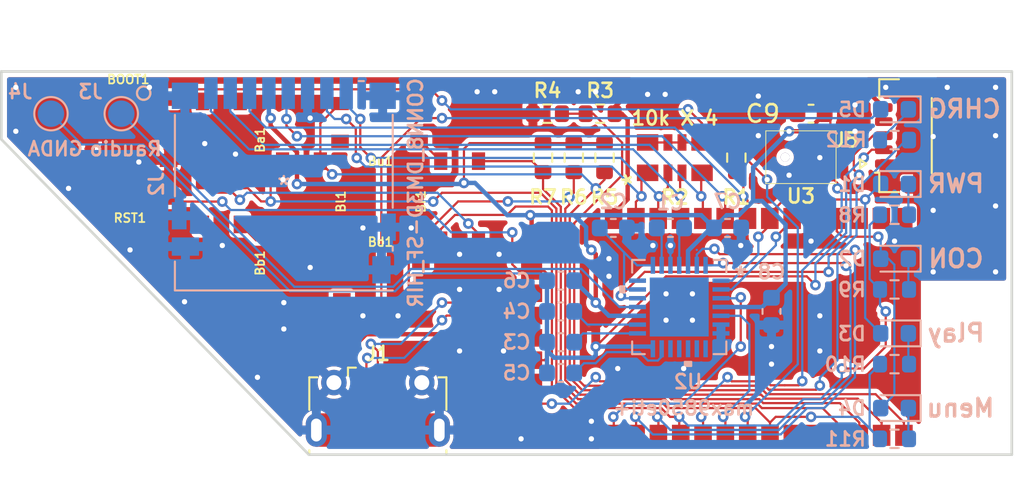
<source format=kicad_pcb>
(kicad_pcb (version 20171130) (host pcbnew "(5.1.9)-1")
  (layers (0 F.Cu signal) (31 B.Cu signal) (34 B.Paste user) (35 F.Paste user) (36 B.SilkS user) (37 F.SilkS user) (38 B.Mask user) (39 F.Mask user hide) (44 Edge.Cuts user))
  (net 0 "")
  (net 1 row2)
  (net 2 Bcol2)
  (net 3 Bcol3)
  (net 4 row1)
  (net 5 BOOT+SD_PULLUP)
  (net 6 GND)
  (net 7 Bcol1)
  (net 8 "Net-(C1-Pad2)")
  (net 9 "Net-(C1-Pad1)")
  (net 10 "Net-(C2-Pad1)")
  (net 11 "Net-(C3-Pad2)")
  (net 12 "Net-(C4-Pad2)")
  (net 13 "Net-(C5-Pad2)")
  (net 14 +3V3)
  (net 15 Lcol1)
  (net 16 "Net-(D1-Pad1)")
  (net 17 Lcol2)
  (net 18 "Net-(D2-Pad1)")
  (net 19 "Net-(D3-Pad1)")
  (net 20 "Net-(D4-Pad1)")
  (net 21 "Net-(D5-Pad1)")
  (net 22 usb_d+)
  (net 23 "Net-(J1-Pad4)")
  (net 24 usb_5v)
  (net 25 usb_d-)
  (net 26 SD_DAT1)
  (net 27 SD_DAT0)
  (net 28 SD_CLK)
  (net 29 SD_CMD)
  (net 30 SD_DAT3)
  (net 31 SD_DAT2)
  (net 32 R_Audio)
  (net 33 L_Audio)
  (net 34 V_BAT)
  (net 35 BAT_sense)
  (net 36 "Net-(R12-Pad1)")
  (net 37 RST)
  (net 38 DAC_DATA)
  (net 39 SCL)
  (net 40 SDA)
  (net 41 MIC_DATA)
  (net 42 MCLK)
  (net 43 "Net-(U1-Pad31)")
  (net 44 "Net-(U1-Pad32)")
  (net 45 BCLK)
  (net 46 LRCLK)
  (net 47 "Net-(U1-Pad20)")
  (net 48 "Net-(U1-Pad21)")
  (net 49 "Net-(U1-Pad22)")
  (net 50 "Net-(U2-Pad21)")
  (net 51 "Net-(U2-Pad12)")
  (net 52 "Net-(U2-Pad11)")
  (net 53 "Net-(U2-Pad10)")
  (net 54 "Net-(U2-Pad9)")
  (net 55 "Net-(U2-Pad8)")
  (net 56 GNDA)
  (net 57 "Net-(left_connector1-Pad4)")
  (module "DM3DS SD card slot:DM3D-SF" (layer B.Cu) (at 152.25 44.6)
    (fp_text reference J2 (at -7.25 -0.1 270) (layer B.SilkS) (effects (font (size 0.8 0.8) (thickness 0.153)) (justify mirror)))
    (fp_text value CONN8_DM3D-SF_HIR (at 7.5 0.4 270) (layer B.SilkS) (effects (font (size 0.8 0.8) (thickness 0.153)) (justify mirror)))
    (fp_text user * (at 0 0 180) (layer B.SilkS) (effects (justify mirror)))
    (pad 14 smd rect (at 5.554294 4.781298) (size 1.0414 1.5494) (layers B.Cu B.Paste B.Mask) (net 6 GND))
    (pad 13 smd rect (at -5.599684 3.4603) (size 1.5494 1.0414) (layers B.Cu B.Paste B.Mask) (net 6 GND))
    (pad 12 smd rect (at 5.955208 2.356299 270) (size 1.5494 0.8382) (layers B.Cu B.Paste B.Mask) (net 6 GND))
    (pad 11 smd rect (at -5.955208 1.706298 270) (size 1.5494 0.8382) (layers B.Cu B.Paste B.Mask) (net 6 GND))
    (pad 10 smd rect (at 5.625 -5.118301 270) (size 1.4986 1.4986) (layers B.Cu B.Paste B.Mask) (net 6 GND))
    (pad 9 smd rect (at -5.625 -5.118301 270) (size 1.4986 1.4986) (layers B.Cu B.Paste B.Mask) (net 6 GND))
    (pad 8 smd rect (at 3.550712 -5.270701) (size 0.762 1.8034) (layers B.Cu B.Paste B.Mask) (net 26 SD_DAT1))
    (pad 7 smd rect (at 2.450711 -5.270701) (size 0.762 1.8034) (layers B.Cu B.Paste B.Mask) (net 27 SD_DAT0))
    (pad 6 smd rect (at 1.350711 -5.270701) (size 0.762 1.8034) (layers B.Cu B.Paste B.Mask) (net 6 GND))
    (pad 5 smd rect (at 0.250711 -5.270701) (size 0.762 1.8034) (layers B.Cu B.Paste B.Mask) (net 28 SD_CLK))
    (pad 4 smd rect (at -0.849287 -5.270701) (size 0.762 1.8034) (layers B.Cu B.Paste B.Mask) (net 14 +3V3))
    (pad 3 smd rect (at -1.949287 -5.270701) (size 0.762 1.8034) (layers B.Cu B.Paste B.Mask) (net 29 SD_CMD))
    (pad 2 smd rect (at -3.049288 -5.270701) (size 0.762 1.8034) (layers B.Cu B.Paste B.Mask) (net 30 SD_DAT3))
    (pad 1 smd rect (at -4.149288 -5.270701) (size 0.762 1.8034) (layers B.Cu B.Paste B.Mask) (net 31 SD_DAT2))
  )
  (module Connector_Hirose:Hirose_DF52-5S-0.8H_1x05-1MP_P0.80mm_Horizontal (layer F.Cu) (at 187.5 41.75 90)
    (fp_text reference J5 (at -0.25 -3.25 180) (layer F.SilkS) (effects (font (size 0.8 0.8) (thickness 0.153))))
    (fp_text value Conn_01x05_Female)
    (pad 1 smd roundrect (at -1.6 -1.11 90) (size 0.5 1) (layers F.Cu F.Paste F.Mask) (net 6 GND))
    (pad 2 smd roundrect (at -0.8 -1.11 90) (size 0.5 1) (layers F.Cu F.Paste F.Mask) (net 56 GNDA))
    (pad 3 smd roundrect (at 0 -1.11 90) (size 0.5 1) (layers F.Cu F.Paste F.Mask) (net 33 L_Audio))
    (pad 4 smd roundrect (at 0.8 -1.11 90) (size 0.5 1) (layers F.Cu F.Paste F.Mask) (net 57 "Net-(left_connector1-Pad4)"))
    (pad 5 smd roundrect (at 1.6 -1.11 90) (size 0.5 1) (layers F.Cu F.Paste F.Mask) (net 34 V_BAT))
    (pad MP smd roundrect (at -2.85 0.81 90) (size 0.9 1.6) (layers F.Cu F.Paste F.Mask) (net 6 GND))
    (pad MP smd roundrect (at 2.85 0.81 90) (size 0.9 1.6) (layers F.Cu F.Paste F.Mask) (net 6 GND))
  )
  (module "4X10k resistor array ul_EXB38V103JV:EXB-38V103JV" (layer F.Cu) (at 174.5 43 90)
    (fp_text reference R2 (at -2.25 0) (layer F.SilkS) (effects (font (size 0.8 0.8) (thickness 0.153))))
    (fp_text value "10k X 4" (at 2.25 0) (layer F.SilkS) (effects (font (size 0.8 0.8) (thickness 0.153))))
    (fp_text user * (at -1.2573 -2.413 90) (layer F.SilkS))
    (fp_text user * (at -1.2573 -2.413 90) (layer F.SilkS))
    (pad 8 smd rect (at 0.8636 -1.5494 90) (size 0.9398 1.2192) (layers F.Cu F.Paste F.Mask) (net 5 BOOT+SD_PULLUP))
    (pad 7 smd rect (at 0.8636 -0.393799 90) (size 0.9398 0.508) (layers F.Cu F.Paste F.Mask) (net 5 BOOT+SD_PULLUP))
    (pad 6 smd rect (at 0.8636 0.406199 90) (size 0.9398 0.508) (layers F.Cu F.Paste F.Mask) (net 5 BOOT+SD_PULLUP))
    (pad 5 smd rect (at 0.8636 1.5494 90) (size 0.9398 1.2192) (layers F.Cu F.Paste F.Mask) (net 5 BOOT+SD_PULLUP))
    (pad 4 smd rect (at -0.8636 1.5494 90) (size 0.9398 1.2192) (layers F.Cu F.Paste F.Mask) (net 30 SD_DAT3))
    (pad 3 smd rect (at -0.8636 0.406199 90) (size 0.9398 0.508) (layers F.Cu F.Paste F.Mask) (net 31 SD_DAT2))
    (pad 2 smd rect (at -0.8636 -0.393799 90) (size 0.9398 0.508) (layers F.Cu F.Paste F.Mask) (net 26 SD_DAT1))
    (pad 1 smd rect (at -0.8636 -1.5494 90) (size 0.9398 1.2192) (layers F.Cu F.Paste F.Mask) (net 27 SD_DAT0))
  )
  (module "ICS 43432 I2S microphone:ICS_43432" (layer F.Cu) (at 181.75 43 180)
    (fp_text reference U3 (at 0.075669 -2.187998) (layer F.SilkS) (effects (font (size 0.8 0.8) (thickness 0.153))))
    (fp_text value ICS-43432)
    (pad 2 smd rect (at -0.95 1.1 180) (size 0.4 0.6) (layers F.Cu F.Paste F.Mask) (net 6 GND))
    (pad 6 smd rect (at -0.95 -1.05 180) (size 0.4 0.6) (layers F.Cu F.Paste F.Mask) (net 45 BCLK))
    (pad 3 smd rect (at -0.3 1.1 180) (size 0.4 0.6) (layers F.Cu F.Paste F.Mask) (net 14 +3V3))
    (pad 5 smd rect (at -0.3 -1.05 180) (size 0.4 0.6) (layers F.Cu F.Paste F.Mask) (net 46 LRCLK))
    (pad 1 smd rect (at -1.6 1.1 180) (size 0.4 0.6) (layers F.Cu F.Paste F.Mask) (net 14 +3V3))
    (pad 7 smd rect (at -1.6 -1.05 180) (size 0.4 0.6) (layers F.Cu F.Paste F.Mask) (net 41 MIC_DATA))
    (pad 4 smd custom (at 0.2 0.03 180) (size 0.1 0.1) (layers F.Cu F.Paste F.Mask) (net 6 GND) (options (clearance outline) (anchor rect)) (primitives (gr_circle (center 0.78 0) (end 1.455 0) (width 0.3))))
    (pad 12 thru_hole circle (at 0.975 0.025 180) (size 0.5 0.5) (drill 0.5) (layers *.Cu *.Mask))
  )
  (module "TL3365 button:TL3365_button" (layer F.Cu) (at 143.494009 44.235566 180)
    (fp_text reference RST1 (at 0 -2.2) (layer F.SilkS) (effects (font (size 0.5 0.5) (thickness 0.1))))
    (fp_text value SW_Push)
    (pad 2 smd rect (at -2.198978 -1.071697 180) (size 1 0.75) (layers F.Cu F.Paste F.Mask) (net 37 RST))
    (pad 2 smd rect (at 2.301022 -1.071697 180) (size 1 0.75) (layers F.Cu F.Paste F.Mask) (net 37 RST))
    (pad 1 smd rect (at 2.301022 1.078303 180) (size 1 0.75) (layers F.Cu F.Paste F.Mask) (net 6 GND))
    (pad 1 smd rect (at -2.198978 1.078303 180) (size 1 0.75) (layers F.Cu F.Paste F.Mask) (net 6 GND))
  )
  (module "TL3365 button:TL3365_button" (layer F.Cu) (at 148.7 42 270)
    (fp_text reference Ba1 (at 0 -2.2 90) (layer F.SilkS) (effects (font (size 0.5 0.5) (thickness 0.1))))
    (fp_text value SW_Push_45deg hide)
    (pad 2 smd rect (at -2.198978 -1.071697 270) (size 1 0.75) (layers F.Cu F.Paste F.Mask) (net 1 row2))
    (pad 2 smd rect (at 2.301022 -1.071697 270) (size 1 0.75) (layers F.Cu F.Paste F.Mask) (net 1 row2))
    (pad 1 smd rect (at 2.301022 1.078303 270) (size 1 0.75) (layers F.Cu F.Paste F.Mask) (net 3 Bcol3))
    (pad 1 smd rect (at -2.198978 1.078303 270) (size 1 0.75) (layers F.Cu F.Paste F.Mask) (net 3 Bcol3))
  )
  (module "TL3365 button:TL3365_button" (layer F.Cu) (at 157.75 41 180)
    (fp_text reference Bu1 (at 0 -2.2) (layer F.SilkS) (effects (font (size 0.5 0.5) (thickness 0.1))))
    (fp_text value SW_Push_45deg)
    (pad 2 smd rect (at -2.198978 -1.071697 180) (size 1 0.75) (layers F.Cu F.Paste F.Mask) (net 4 row1))
    (pad 2 smd rect (at 2.301022 -1.071697 180) (size 1 0.75) (layers F.Cu F.Paste F.Mask) (net 4 row1))
    (pad 1 smd rect (at 2.301022 1.078303 180) (size 1 0.75) (layers F.Cu F.Paste F.Mask) (net 7 Bcol1))
    (pad 1 smd rect (at -2.198978 1.078303 180) (size 1 0.75) (layers F.Cu F.Paste F.Mask) (net 7 Bcol1))
  )
  (module "TL3365 button:TL3365_button" (layer F.Cu) (at 162.25 45.5 90)
    (fp_text reference Br1 (at 0 -2.2 90) (layer F.SilkS) (effects (font (size 0.5 0.5) (thickness 0.1))))
    (fp_text value SW_Push_45deg)
    (pad 2 smd rect (at -2.198978 -1.071697 90) (size 1 0.75) (layers F.Cu F.Paste F.Mask) (net 4 row1))
    (pad 2 smd rect (at 2.301022 -1.071697 90) (size 1 0.75) (layers F.Cu F.Paste F.Mask) (net 4 row1))
    (pad 1 smd rect (at 2.301022 1.078303 90) (size 1 0.75) (layers F.Cu F.Paste F.Mask) (net 3 Bcol3))
    (pad 1 smd rect (at -2.198978 1.078303 90) (size 1 0.75) (layers F.Cu F.Paste F.Mask) (net 3 Bcol3))
  )
  (module "TL3365 button:TL3365_button" (layer F.Cu) (at 143.4 40.75)
    (fp_text reference BOOT1 (at 0 -2.2) (layer F.SilkS) (effects (font (size 0.5 0.5) (thickness 0.1))))
    (fp_text value SW_Push)
    (pad 2 smd rect (at -2.198978 -1.071697) (size 1 0.75) (layers F.Cu F.Paste F.Mask) (net 5 BOOT+SD_PULLUP))
    (pad 2 smd rect (at 2.301022 -1.071697) (size 1 0.75) (layers F.Cu F.Paste F.Mask) (net 5 BOOT+SD_PULLUP))
    (pad 1 smd rect (at 2.301022 1.078303) (size 1 0.75) (layers F.Cu F.Paste F.Mask) (net 6 GND))
    (pad 1 smd rect (at -2.198978 1.078303) (size 1 0.75) (layers F.Cu F.Paste F.Mask) (net 6 GND))
  )
  (module "TL3365 button:TL3365_button" (layer F.Cu) (at 153.25 45.5 90)
    (fp_text reference Bl1 (at 0 2.25 270) (layer F.SilkS) (effects (font (size 0.5 0.5) (thickness 0.1))))
    (fp_text value SW_Push_45deg)
    (pad 2 smd rect (at -2.198978 -1.071697 90) (size 1 0.75) (layers F.Cu F.Paste F.Mask) (net 1 row2))
    (pad 2 smd rect (at 2.301022 -1.071697 90) (size 1 0.75) (layers F.Cu F.Paste F.Mask) (net 1 row2))
    (pad 1 smd rect (at 2.301022 1.078303 90) (size 1 0.75) (layers F.Cu F.Paste F.Mask) (net 7 Bcol1))
    (pad 1 smd rect (at -2.198978 1.078303 90) (size 1 0.75) (layers F.Cu F.Paste F.Mask) (net 7 Bcol1))
  )
  (module "TL3365 button:TL3365_button" (layer F.Cu) (at 157.75 50)
    (fp_text reference Bd1 (at 0 -2.2) (layer F.SilkS) (effects (font (size 0.5 0.5) (thickness 0.1))))
    (fp_text value SW_Push_45deg)
    (pad 2 smd rect (at -2.198978 -1.071697) (size 1 0.75) (layers F.Cu F.Paste F.Mask) (net 4 row1))
    (pad 2 smd rect (at 2.301022 -1.071697) (size 1 0.75) (layers F.Cu F.Paste F.Mask) (net 4 row1))
    (pad 1 smd rect (at 2.301022 1.078303) (size 1 0.75) (layers F.Cu F.Paste F.Mask) (net 2 Bcol2))
    (pad 1 smd rect (at -2.198978 1.078303) (size 1 0.75) (layers F.Cu F.Paste F.Mask) (net 2 Bcol2))
  )
  (module "TL3365 button:TL3365_button" (layer F.Cu) (at 148.7 49 270)
    (fp_text reference Bb1 (at 0 -2.2 90) (layer F.SilkS) (effects (font (size 0.5 0.5) (thickness 0.1))))
    (fp_text value SW_Push_45deg)
    (pad 2 smd rect (at -2.198978 -1.071697 270) (size 1 0.75) (layers F.Cu F.Paste F.Mask) (net 1 row2))
    (pad 2 smd rect (at 2.301022 -1.071697 270) (size 1 0.75) (layers F.Cu F.Paste F.Mask) (net 1 row2))
    (pad 1 smd rect (at 2.301022 1.078303 270) (size 1 0.75) (layers F.Cu F.Paste F.Mask) (net 2 Bcol2))
    (pad 1 smd rect (at -2.198978 1.078303 270) (size 1 0.75) (layers F.Cu F.Paste F.Mask) (net 2 Bcol2))
  )
  (module Connector_USB:USB_Micro-B_Molex-105017-0001 (layer F.Cu) (at 157.6 57.2625)
    (fp_text reference J1 (at 0 -3.1125) (layer F.SilkS) (effects (font (size 0.8 0.8) (thickness 0.153))))
    (fp_text value USB_B_Micro)
    (pad 6 smd rect (at -2.9 1.2375) (size 1.2 1.9) (layers F.Cu F.Mask) (net 6 GND))
    (pad 6 smd rect (at 2.9 1.2375) (size 1.2 1.9) (layers F.Cu F.Mask) (net 6 GND))
    (pad 6 thru_hole oval (at 3.5 1.2375) (size 1.2 1.9) (drill oval 0.6 1.3) (layers *.Cu *.Mask) (net 6 GND))
    (pad 6 thru_hole oval (at -3.5 1.2375 180) (size 1.2 1.9) (drill oval 0.6 1.3) (layers *.Cu *.Mask) (net 6 GND))
    (pad 6 smd rect (at -1 1.2375) (size 1.5 1.9) (layers F.Cu F.Paste F.Mask) (net 6 GND))
    (pad 6 thru_hole circle (at 2.5 -1.4625) (size 1.45 1.45) (drill 0.85) (layers *.Cu *.Mask) (net 6 GND))
    (pad 3 smd rect (at 0 -1.4625) (size 0.4 1.35) (layers F.Cu F.Paste F.Mask) (net 22 usb_d+))
    (pad 4 smd rect (at 0.65 -1.4625) (size 0.4 1.35) (layers F.Cu F.Paste F.Mask) (net 23 "Net-(J1-Pad4)"))
    (pad 5 smd rect (at 1.3 -1.4625) (size 0.4 1.35) (layers F.Cu F.Paste F.Mask) (net 6 GND))
    (pad 1 smd rect (at -1.3 -1.4625) (size 0.4 1.35) (layers F.Cu F.Paste F.Mask) (net 24 usb_5v))
    (pad 2 smd rect (at -0.65 -1.4625) (size 0.4 1.35) (layers F.Cu F.Paste F.Mask) (net 25 usb_d-))
    (pad 6 thru_hole circle (at -2.5 -1.4625) (size 1.45 1.45) (drill 0.85) (layers *.Cu *.Mask) (net 6 GND))
    (pad 6 smd rect (at 1 1.2375) (size 1.5 1.9) (layers F.Cu F.Paste F.Mask) (net 6 GND))
  )
  (module "tinypico nano:TinyPICO_Nano" (layer F.Cu) (at 166.25 58.9)
    (fp_text reference U1)
    (fp_text value TinyPICO_Nano)
    (pad 2 smd custom (at 17.6784 -7.0358) (size 2.032 2.032) (layers F.Cu F.Paste F.Mask) (net 6 GND) (options (clearance outline) (anchor rect)) (primitives (gr_poly (pts (xy 2.0916 -0.0442) (xy 2.0916 0.6258) (xy 0.2916 2.4158) (xy -2.1584 -0.0442) (xy -0.0284 -2.1642)) (width 0.0001))))
    (pad 23 smd rect (at 4.7752 -0.1) (size 1 1.2) (layers F.Cu F.Paste F.Mask) (net 38 DAC_DATA))
    (pad 24 smd rect (at 6.0452 -0.1) (size 1 1.2) (layers F.Cu F.Paste F.Mask) (net 39 SCL))
    (pad 25 smd rect (at 7.3152 -0.1) (size 1 1.2) (layers F.Cu F.Paste F.Mask) (net 40 SDA))
    (pad 26 smd rect (at 8.5852 -0.1) (size 1 1.2) (layers F.Cu F.Paste F.Mask) (net 4 row1))
    (pad 27 smd rect (at 9.8552 -0.1) (size 1 1.2) (layers F.Cu F.Paste F.Mask) (net 41 MIC_DATA))
    (pad 28 smd rect (at 11.1252 -0.1) (size 1 1.2) (layers F.Cu F.Paste F.Mask) (net 42 MCLK))
    (pad 29 smd rect (at 12.3952 -0.1) (size 1 1.2) (layers F.Cu F.Paste F.Mask) (net 5 BOOT+SD_PULLUP))
    (pad 30 smd rect (at 13.6652 -0.1) (size 1 1.2) (layers F.Cu F.Paste F.Mask) (net 1 row2))
    (pad 31 smd rect (at 14.9352 -0.1) (size 1 1.2) (layers F.Cu F.Paste F.Mask) (net 43 "Net-(U1-Pad31)"))
    (pad 32 smd rect (at 16.2052 -0.1) (size 1 1.2) (layers F.Cu F.Paste F.Mask) (net 44 "Net-(U1-Pad32)"))
    (pad 33 smd rect (at 17.4752 -0.1) (size 1 1.2) (layers F.Cu F.Paste F.Mask) (net 3 Bcol3))
    (pad 34 smd rect (at 18.7452 -0.1) (size 1 1.2) (layers F.Cu F.Paste F.Mask) (net 2 Bcol2))
    (pad 35 smd rect (at 20.0152 -0.1) (size 1 1.2) (layers F.Cu F.Paste F.Mask) (net 7 Bcol1))
    (pad 36 smd rect (at 21.2852 -0.1) (size 1 1.2) (layers F.Cu F.Paste F.Mask) (net 35 BAT_sense))
    (pad 9 smd rect (at 4.7639 -12.44) (size 1 1.2) (layers F.Cu F.Paste F.Mask) (net 34 V_BAT))
    (pad 10 smd rect (at 6.0339 -12.44) (size 1 1.2) (layers F.Cu F.Paste F.Mask) (net 27 SD_DAT0))
    (pad 11 smd rect (at 7.3039 -12.44) (size 1 1.2) (layers F.Cu F.Paste F.Mask) (net 26 SD_DAT1))
    (pad 12 smd rect (at 8.5739 -12.44) (size 1 1.2) (layers F.Cu F.Paste F.Mask) (net 31 SD_DAT2))
    (pad 13 smd rect (at 9.8439 -12.44) (size 1 1.2) (layers F.Cu F.Paste F.Mask) (net 30 SD_DAT3))
    (pad 14 smd rect (at 11.1139 -12.44) (size 1 1.2) (layers F.Cu F.Paste F.Mask) (net 28 SD_CLK))
    (pad 15 smd rect (at 12.3839 -12.44) (size 1 1.2) (layers F.Cu F.Paste F.Mask) (net 29 SD_CMD))
    (pad 16 smd rect (at 13.6539 -12.44) (size 1 1.2) (layers F.Cu F.Paste F.Mask) (net 46 LRCLK))
    (pad 17 smd rect (at 14.9239 -12.44) (size 1 1.2) (layers F.Cu F.Paste F.Mask) (net 45 BCLK))
    (pad 18 smd rect (at 16.1939 -12.44) (size 1 1.2) (layers F.Cu F.Paste F.Mask) (net 15 Lcol1))
    (pad 19 smd rect (at 17.4639 -12.44) (size 1 1.2) (layers F.Cu F.Paste F.Mask) (net 17 Lcol2))
    (pad 20 smd rect (at 18.7339 -12.44) (size 1 1.2) (layers F.Cu F.Paste F.Mask) (net 47 "Net-(U1-Pad20)"))
    (pad 21 smd rect (at 20.0039 -12.44) (size 1 1.2) (layers F.Cu F.Paste F.Mask) (net 48 "Net-(U1-Pad21)"))
    (pad 22 smd rect (at 21.2739 -12.44) (size 1 1.2) (layers F.Cu F.Paste F.Mask) (net 49 "Net-(U1-Pad22)"))
    (pad 8 smd rect (at 0.1 -10.725) (size 1.2 1) (layers F.Cu F.Paste F.Mask) (net 14 +3V3))
    (pad 7 smd rect (at 0.1 -9.455) (size 1.2 1) (layers F.Cu F.Paste F.Mask) (net 37 RST))
    (pad 6 smd rect (at 0.1 -8.185) (size 1.2 1) (layers F.Cu F.Paste F.Mask) (net 22 usb_d+))
    (pad 5 smd rect (at 0.1 -6.915) (size 1.2 1) (layers F.Cu F.Paste F.Mask) (net 25 usb_d-))
    (pad 4 smd rect (at 0.1 -5.645) (size 1.2 1) (layers F.Cu F.Paste F.Mask) (net 24 usb_5v))
    (pad 3 smd rect (at 0.1 -4.375) (size 1.2 1) (layers F.Cu F.Paste F.Mask) (net 37 RST))
    (pad 2 smd rect (at 0.1 -3.105) (size 1.2 1) (layers F.Cu F.Paste F.Mask) (net 6 GND))
    (pad 1 smd rect (at 0.1 -1.835) (size 1.2 1) (layers F.Cu F.Paste F.Mask) (net 36 "Net-(R12-Pad1)"))
  )
  (module NetTie:NetTie-2_SMD_Pad0.5mm (layer F.Cu) (at 170 53.25 270)
    (fp_text reference NT1 hide)
    (fp_text value Net-Tie_2 hide)
    (fp_poly (pts (xy -0.5 -0.25) (xy 0.5 -0.25) (xy 0.5 0.25) (xy -0.5 0.25)) (layer F.Cu) (width 0))
    (pad 1 smd circle (at -0.5 0 270) (size 0.5 0.5) (layers F.Cu) (net 6 GND))
    (pad 2 smd circle (at 0.5 0 270) (size 0.5 0.5) (layers F.Cu) (net 56 GNDA))
  )
  (module MAX9850:max9850eti&plus_ (layer B.Cu) (at 174.75 51.5 180)
    (fp_text reference U2 (at -0.5 -4.25) (layer B.SilkS) (effects (font (size 0.8 0.8) (thickness 0.153)) (justify mirror)))
    (fp_text value max9850eti+ (at -0.25 -5.75) (layer B.SilkS) (effects (font (size 0.8 0.8) (thickness 0.153)) (justify mirror)))
    (fp_text user * (at -3.4925 1.75) (layer B.SilkS) (effects (justify mirror)))
    (fp_text user * (at -3.4925 1.75) (layer B.SilkS) (effects (justify mirror)))
    (pad 29 smd rect (at 0 0 180) (size 3.3528 3.3528) (layers B.Cu B.Paste B.Mask) (net 6 GND))
    (pad 28 smd rect (at -1.5 2.3749 180) (size 0.254 0.9652) (layers B.Cu B.Paste B.Mask) (net 40 SDA))
    (pad 27 smd rect (at -1.000001 2.3749 180) (size 0.254 0.9652) (layers B.Cu B.Paste B.Mask) (net 39 SCL))
    (pad 26 smd rect (at -0.499999 2.3749 180) (size 0.254 0.9652) (layers B.Cu B.Paste B.Mask) (net 14 +3V3))
    (pad 25 smd rect (at 0 2.3749 180) (size 0.254 0.9652) (layers B.Cu B.Paste B.Mask) (net 9 "Net-(C1-Pad1)"))
    (pad 24 smd rect (at 0.499999 2.3749 180) (size 0.254 0.9652) (layers B.Cu B.Paste B.Mask) (net 6 GND))
    (pad 23 smd rect (at 1.000001 2.3749 180) (size 0.254 0.9652) (layers B.Cu B.Paste B.Mask) (net 8 "Net-(C1-Pad2)"))
    (pad 22 smd rect (at 1.5 2.3749 180) (size 0.254 0.9652) (layers B.Cu B.Paste B.Mask) (net 10 "Net-(C2-Pad1)"))
    (pad 21 smd rect (at 2.3749 1.5 90) (size 0.254 0.9652) (layers B.Cu B.Paste B.Mask) (net 50 "Net-(U2-Pad21)"))
    (pad 20 smd rect (at 2.3749 1.000001 90) (size 0.254 0.9652) (layers B.Cu B.Paste B.Mask) (net 10 "Net-(C2-Pad1)"))
    (pad 19 smd rect (at 2.3749 0.499999 90) (size 0.254 0.9652) (layers B.Cu B.Paste B.Mask) (net 33 L_Audio))
    (pad 18 smd rect (at 2.3749 0 90) (size 0.254 0.9652) (layers B.Cu B.Paste B.Mask) (net 32 R_Audio))
    (pad 17 smd rect (at 2.3749 -0.499999 90) (size 0.254 0.9652) (layers B.Cu B.Paste B.Mask) (net 14 +3V3))
    (pad 16 smd rect (at 2.3749 -1.000001 90) (size 0.254 0.9652) (layers B.Cu B.Paste B.Mask) (net 12 "Net-(C4-Pad2)"))
    (pad 15 smd rect (at 2.3749 -1.5 90) (size 0.254 0.9652) (layers B.Cu B.Paste B.Mask) (net 11 "Net-(C3-Pad2)"))
    (pad 14 smd rect (at 1.5 -2.3749 180) (size 0.254 0.9652) (layers B.Cu B.Paste B.Mask) (net 56 GNDA))
    (pad 13 smd rect (at 1.000001 -2.3749 180) (size 0.254 0.9652) (layers B.Cu B.Paste B.Mask) (net 13 "Net-(C5-Pad2)"))
    (pad 12 smd rect (at 0.499999 -2.3749 180) (size 0.254 0.9652) (layers B.Cu B.Paste B.Mask) (net 51 "Net-(U2-Pad12)"))
    (pad 11 smd rect (at 0 -2.3749 180) (size 0.254 0.9652) (layers B.Cu B.Paste B.Mask) (net 52 "Net-(U2-Pad11)"))
    (pad 10 smd rect (at -0.499999 -2.3749 180) (size 0.254 0.9652) (layers B.Cu B.Paste B.Mask) (net 53 "Net-(U2-Pad10)"))
    (pad 9 smd rect (at -1.000001 -2.3749 180) (size 0.254 0.9652) (layers B.Cu B.Paste B.Mask) (net 54 "Net-(U2-Pad9)"))
    (pad 8 smd rect (at -1.5 -2.3749 180) (size 0.254 0.9652) (layers B.Cu B.Paste B.Mask) (net 55 "Net-(U2-Pad8)"))
    (pad 7 smd rect (at -2.3749 -1.5 90) (size 0.254 0.9652) (layers B.Cu B.Paste B.Mask) (net 6 GND))
    (pad 6 smd rect (at -2.3749 -1.000001 90) (size 0.254 0.9652) (layers B.Cu B.Paste B.Mask) (net 6 GND))
    (pad 5 smd rect (at -2.3749 -0.499999 90) (size 0.254 0.9652) (layers B.Cu B.Paste B.Mask) (net 42 MCLK))
    (pad 4 smd rect (at -2.3749 0 90) (size 0.254 0.9652) (layers B.Cu B.Paste B.Mask) (net 14 +3V3))
    (pad 3 smd rect (at -2.3749 0.499999 90) (size 0.254 0.9652) (layers B.Cu B.Paste B.Mask) (net 38 DAC_DATA))
    (pad 2 smd rect (at -2.3749 1.000001 90) (size 0.254 0.9652) (layers B.Cu B.Paste B.Mask) (net 45 BCLK))
    (pad 1 smd rect (at -2.3749 1.5 90) (size 0.254 0.9652) (layers B.Cu B.Paste B.Mask) (net 46 LRCLK))
  )
  (module Resistor_SMD:R_0603_1608Metric (layer B.Cu) (at 187 42 180)
    (fp_text reference R12 (at 2.75 0.017427) (layer B.SilkS) (effects (font (size 0.8 0.8) (thickness 0.153)) (justify mirror)))
    (fp_text value 330)
    (pad 2 smd roundrect (at 0.825 0 180) (size 0.8 0.95) (layers B.Cu B.Paste B.Mask) (net 21 "Net-(D5-Pad1)"))
    (pad 1 smd roundrect (at -0.825 0 180) (size 0.8 0.95) (layers B.Cu B.Paste B.Mask) (net 36 "Net-(R12-Pad1)"))
  )
  (module Resistor_SMD:R_0603_1608Metric (layer B.Cu) (at 187 59)
    (fp_text reference R11 (at -2.796856 0.015163) (layer B.SilkS) (effects (font (size 0.8 0.8) (thickness 0.153)) (justify mirror)))
    (fp_text value 330)
    (pad 2 smd roundrect (at 0.825 0) (size 0.8 0.95) (layers B.Cu B.Paste B.Mask) (net 20 "Net-(D4-Pad1)"))
    (pad 1 smd roundrect (at -0.825 0) (size 0.8 0.95) (layers B.Cu B.Paste B.Mask) (net 1 row2))
  )
  (module Resistor_SMD:R_0603_1608Metric (layer B.Cu) (at 187 54.75)
    (fp_text reference R10 (at -2.803339 0.014963) (layer B.SilkS) (effects (font (size 0.8 0.8) (thickness 0.153)) (justify mirror)))
    (fp_text value 330)
    (pad 2 smd roundrect (at 0.825 0) (size 0.8 0.95) (layers B.Cu B.Paste B.Mask) (net 19 "Net-(D3-Pad1)"))
    (pad 1 smd roundrect (at -0.825 0) (size 0.8 0.95) (layers B.Cu B.Paste B.Mask) (net 1 row2))
  )
  (module Resistor_SMD:R_0603_1608Metric (layer B.Cu) (at 187 50.5)
    (fp_text reference R9 (at -2.41984 0.015304) (layer B.SilkS) (effects (font (size 0.8 0.8) (thickness 0.153)) (justify mirror)))
    (fp_text value 330)
    (pad 2 smd roundrect (at 0.825 0) (size 0.8 0.95) (layers B.Cu B.Paste B.Mask) (net 18 "Net-(D2-Pad1)"))
    (pad 1 smd roundrect (at -0.825 0) (size 0.8 0.95) (layers B.Cu B.Paste B.Mask) (net 4 row1))
  )
  (module Resistor_SMD:R_0603_1608Metric (layer B.Cu) (at 187 46.25)
    (fp_text reference R8 (at -2.416712 0.019729) (layer B.SilkS) (effects (font (size 0.8 0.8) (thickness 0.153)) (justify mirror)))
    (fp_text value 330)
    (pad 2 smd roundrect (at 0.825 0) (size 0.8 0.95) (layers B.Cu B.Paste B.Mask) (net 16 "Net-(D1-Pad1)"))
    (pad 1 smd roundrect (at -0.825 0) (size 0.8 0.95) (layers B.Cu B.Paste B.Mask) (net 4 row1))
  )
  (module Resistor_SMD:R_0603_1608Metric (layer F.Cu) (at 167 43 90)
    (fp_text reference R7 (at -2.25 0 180) (layer F.SilkS) (effects (font (size 0.8 0.8) (thickness 0.153))))
    (fp_text value 10k)
    (pad 1 smd roundrect (at -0.825 0 90) (size 0.8 0.95) (layers F.Cu F.Paste F.Mask) (net 3 Bcol3))
    (pad 2 smd roundrect (at 0.825 0 90) (size 0.8 0.95) (layers F.Cu F.Paste F.Mask) (net 14 +3V3))
  )
  (module Resistor_SMD:R_0603_1608Metric (layer F.Cu) (at 168.75 43 90)
    (fp_text reference R6 (at -2.25 0 180) (layer F.SilkS) (effects (font (size 0.8 0.8) (thickness 0.153))))
    (fp_text value 10k)
    (pad 1 smd roundrect (at -0.825 0 90) (size 0.8 0.95) (layers F.Cu F.Paste F.Mask) (net 2 Bcol2))
    (pad 2 smd roundrect (at 0.825 0 90) (size 0.8 0.95) (layers F.Cu F.Paste F.Mask) (net 14 +3V3))
  )
  (module Resistor_SMD:R_0603_1608Metric (layer F.Cu) (at 170.5 43 90)
    (fp_text reference R5 (at -2.25 0 180) (layer F.SilkS) (effects (font (size 0.8 0.8) (thickness 0.153))))
    (fp_text value 10k)
    (pad 2 smd roundrect (at 0.825 0 90) (size 0.8 0.95) (layers F.Cu F.Paste F.Mask) (net 14 +3V3))
    (pad 1 smd roundrect (at -0.825 0 90) (size 0.8 0.95) (layers F.Cu F.Paste F.Mask) (net 7 Bcol1))
  )
  (module Resistor_SMD:R_0603_1608Metric (layer F.Cu) (at 167.25 40.5 180)
    (fp_text reference R4 (at 0 1.32) (layer F.SilkS) (effects (font (size 0.8 0.8) (thickness 0.153))))
    (fp_text value 180k)
    (pad 2 smd roundrect (at 0.825 0 180) (size 0.8 0.95) (layers F.Cu F.Paste F.Mask) (net 6 GND))
    (pad 1 smd roundrect (at -0.825 0 180) (size 0.8 0.95) (layers F.Cu F.Paste F.Mask) (net 35 BAT_sense))
  )
  (module Resistor_SMD:R_0603_1608Metric (layer F.Cu) (at 170.25 40.5 180)
    (fp_text reference R3 (at 0 1.32) (layer F.SilkS) (effects (font (size 0.8 0.8) (thickness 0.153))))
    (fp_text value 470k)
    (pad 2 smd roundrect (at 0.825 0 180) (size 0.8 0.95) (layers F.Cu F.Paste F.Mask) (net 35 BAT_sense))
    (pad 1 smd roundrect (at -0.825 0 180) (size 0.8 0.95) (layers F.Cu F.Paste F.Mask) (net 34 V_BAT))
  )
  (module Resistor_SMD:R_0603_1608Metric (layer F.Cu) (at 178 43 270)
    (fp_text reference R1 (at 2.25 0) (layer F.SilkS) (effects (font (size 0.8 0.8) (thickness 0.153))))
    (fp_text value 10k)
    (pad 2 smd roundrect (at 0.825 0 270) (size 0.8 0.95) (layers F.Cu F.Paste F.Mask) (net 29 SD_CMD))
    (pad 1 smd roundrect (at -0.825 0 270) (size 0.8 0.95) (layers F.Cu F.Paste F.Mask) (net 5 BOOT+SD_PULLUP))
  )
  (module TestPoint:TestPoint_Pad_D1.5mm (layer B.Cu) (at 139 40.5)
    (fp_text reference J4 (at -1.75 -1.25) (layer B.SilkS) (effects (font (size 0.8 0.8) (thickness 0.153)) (justify mirror)))
    (fp_text value GNDA (at 0.25 2) (layer B.SilkS) (effects (font (size 0.8 0.8) (thickness 0.153)) (justify mirror)))
    (pad 1 smd circle (at 0 0) (size 1.5 1.5) (layers B.Cu B.Mask) (net 56 GNDA))
  )
  (module TestPoint:TestPoint_Pad_D1.5mm (layer B.Cu) (at 143 40.5)
    (fp_text reference J3 (at -1.75 -1.25) (layer B.SilkS) (effects (font (size 0.8 0.8) (thickness 0.153)) (justify mirror)))
    (fp_text value Raudio (at 0.25 2) (layer B.SilkS) (effects (font (size 0.8 0.8) (thickness 0.153)) (justify mirror)))
    (pad 1 smd circle (at 0 0) (size 1.5 1.5) (layers B.Cu B.Mask) (net 32 R_Audio))
  )
  (module Capacitor_SMD:C_0603_1608Metric (layer F.Cu) (at 182.25 40.5 180)
    (fp_text reference C9 (at 2.75 0) (layer F.SilkS))
    (fp_text value 1uf)
    (pad 2 smd roundrect (at 0.775 0 180) (size 0.9 0.95) (layers F.Cu F.Paste F.Mask) (net 6 GND))
    (pad 1 smd roundrect (at -0.775 0 180) (size 0.9 0.95) (layers F.Cu F.Paste F.Mask) (net 14 +3V3))
  )
  (module Capacitor_SMD:C_0603_1608Metric (layer B.Cu) (at 180 51.75 270)
    (fp_text reference C8 (at -2.25 0) (layer B.SilkS) (effects (font (size 0.8 0.8) (thickness 0.153)) (justify mirror)))
    (fp_text value 1uf)
    (pad 2 smd roundrect (at 0.775 0 270) (size 0.9 0.95) (layers B.Cu B.Paste B.Mask) (net 6 GND))
    (pad 1 smd roundrect (at -0.775 0 270) (size 0.9 0.95) (layers B.Cu B.Paste B.Mask) (net 14 +3V3))
  )
  (module Capacitor_SMD:C_0603_1608Metric (layer B.Cu) (at 177.5 47)
    (fp_text reference C7 (at 0 -1.5) (layer B.SilkS) (effects (font (size 0.8 0.8) (thickness 0.153)) (justify mirror)))
    (fp_text value 1uf)
    (pad 2 smd roundrect (at 0.775 0) (size 0.9 0.95) (layers B.Cu B.Paste B.Mask) (net 6 GND))
    (pad 1 smd roundrect (at -0.775 0) (size 0.9 0.95) (layers B.Cu B.Paste B.Mask) (net 14 +3V3))
  )
  (module Capacitor_SMD:C_0603_1608Metric (layer B.Cu) (at 168 50 180)
    (fp_text reference C6 (at 2.5 0) (layer B.SilkS) (effects (font (size 0.8 0.8) (thickness 0.153)) (justify mirror)))
    (fp_text value 1uf)
    (pad 2 smd roundrect (at 0.775 0 180) (size 0.9 0.95) (layers B.Cu B.Paste B.Mask) (net 56 GNDA))
    (pad 1 smd roundrect (at -0.775 0 180) (size 0.9 0.95) (layers B.Cu B.Paste B.Mask) (net 14 +3V3))
  )
  (module Capacitor_SMD:C_0603_1608Metric (layer B.Cu) (at 168 55.25)
    (fp_text reference C5 (at -2.5 0) (layer B.SilkS) (effects (font (size 0.8 0.8) (thickness 0.153)) (justify mirror)))
    (fp_text value 1uf)
    (pad 2 smd roundrect (at 0.775 0) (size 0.9 0.95) (layers B.Cu B.Paste B.Mask) (net 13 "Net-(C5-Pad2)"))
    (pad 1 smd roundrect (at -0.775 0) (size 0.9 0.95) (layers B.Cu B.Paste B.Mask) (net 56 GNDA))
  )
  (module Capacitor_SMD:C_0603_1608Metric (layer B.Cu) (at 168 51.75)
    (fp_text reference C4 (at -2.5 0) (layer B.SilkS) (effects (font (size 0.8 0.8) (thickness 0.153)) (justify mirror)))
    (fp_text value 1uf)
    (pad 2 smd roundrect (at 0.775 0) (size 0.9 0.95) (layers B.Cu B.Paste B.Mask) (net 12 "Net-(C4-Pad2)"))
    (pad 1 smd roundrect (at -0.775 0) (size 0.9 0.95) (layers B.Cu B.Paste B.Mask) (net 56 GNDA))
  )
  (module Capacitor_SMD:C_0603_1608Metric (layer B.Cu) (at 168 53.5)
    (fp_text reference C3 (at -2.5 0) (layer B.SilkS) (effects (font (size 0.8 0.8) (thickness 0.153)) (justify mirror)))
    (fp_text value 1uf)
    (pad 2 smd roundrect (at 0.775 0) (size 0.9 0.95) (layers B.Cu B.Paste B.Mask) (net 11 "Net-(C3-Pad2)"))
    (pad 1 smd roundrect (at -0.775 0) (size 0.9 0.95) (layers B.Cu B.Paste B.Mask) (net 56 GNDA))
  )
  (module Capacitor_SMD:C_0603_1608Metric (layer B.Cu) (at 171 47)
    (fp_text reference C2 (at 0 -1.5) (layer B.SilkS) (effects (font (size 0.8 0.8) (thickness 0.153)) (justify mirror)))
    (fp_text value 2.2uf)
    (pad 2 smd roundrect (at 0.775 0) (size 0.9 0.95) (layers B.Cu B.Paste B.Mask) (net 6 GND))
    (pad 1 smd roundrect (at -0.775 0) (size 0.9 0.95) (layers B.Cu B.Paste B.Mask) (net 10 "Net-(C2-Pad1)"))
  )
  (module Capacitor_SMD:C_0603_1608Metric (layer B.Cu) (at 174.25 47 180)
    (fp_text reference C1 (at 0 1.43) (layer B.SilkS) (effects (font (size 0.8 0.8) (thickness 0.153)) (justify mirror)))
    (fp_text value 470nf)
    (pad 2 smd roundrect (at 0.775 0 180) (size 0.9 0.95) (layers B.Cu B.Paste B.Mask) (net 8 "Net-(C1-Pad2)"))
    (pad 1 smd roundrect (at -0.775 0 180) (size 0.9 0.95) (layers B.Cu B.Paste B.Mask) (net 9 "Net-(C1-Pad1)"))
  )
  (module LED_SMD:LED_0603_1608Metric (layer B.Cu) (at 187 40.25 180)
    (fp_text reference D5 (at 2.407456 -0.015381) (layer B.SilkS) (effects (font (size 0.8 0.8) (thickness 0.153)) (justify mirror)))
    (fp_text value CHRG (at -4 0.020001) (layer B.SilkS) (effects (font (thickness 0.2)) (justify mirror)))
    (pad 2 smd roundrect (at 0.7875 0 180) (size 0.875 0.95) (layers B.Cu B.Paste B.Mask) (net 24 usb_5v))
    (pad 1 smd roundrect (at -0.7875 0 180) (size 0.875 0.95) (layers B.Cu B.Paste B.Mask) (net 21 "Net-(D5-Pad1)"))
  )
  (module LED_SMD:LED_0603_1608Metric (layer B.Cu) (at 187 57.25 180)
    (fp_text reference D4 (at 2.420427 -0.00316) (layer B.SilkS) (effects (font (size 0.8 0.8) (thickness 0.153)) (justify mirror)))
    (fp_text value Menu (at -3.75 0) (layer B.SilkS) (effects (font (thickness 0.2)) (justify mirror)))
    (pad 2 smd roundrect (at 0.7875 0 180) (size 0.875 0.95) (layers B.Cu B.Paste B.Mask) (net 17 Lcol2))
    (pad 1 smd roundrect (at -0.7875 0 180) (size 0.875 0.95) (layers B.Cu B.Paste B.Mask) (net 20 "Net-(D4-Pad1)"))
  )
  (module LED_SMD:LED_0603_1608Metric (layer B.Cu) (at 187 53 180)
    (fp_text reference D3 (at 2.420559 -0.021767) (layer B.SilkS) (effects (font (size 0.8 0.8) (thickness 0.153)) (justify mirror)))
    (fp_text value Play (at -3.5 0.020001) (layer B.SilkS) (effects (font (thickness 0.2)) (justify mirror)))
    (pad 2 smd roundrect (at 0.7875 0 180) (size 0.875 0.95) (layers B.Cu B.Paste B.Mask) (net 15 Lcol1))
    (pad 1 smd roundrect (at -0.7875 0 180) (size 0.875 0.95) (layers B.Cu B.Paste B.Mask) (net 19 "Net-(D3-Pad1)"))
  )
  (module LED_SMD:LED_0603_1608Metric (layer B.Cu) (at 187 48.75 180)
    (fp_text reference D2 (at 2.4 0) (layer B.SilkS) (effects (font (size 0.8 0.8) (thickness 0.153)) (justify mirror)))
    (fp_text value CON (at -3.5 0) (layer B.SilkS) (effects (font (thickness 0.2)) (justify mirror)))
    (pad 2 smd roundrect (at 0.7875 0 180) (size 0.875 0.95) (layers B.Cu B.Paste B.Mask) (net 17 Lcol2))
    (pad 1 smd roundrect (at -0.7875 0 180) (size 0.875 0.95) (layers B.Cu B.Paste B.Mask) (net 18 "Net-(D2-Pad1)"))
  )
  (module LED_SMD:LED_0603_1608Metric (layer B.Cu) (at 187 44.5 180)
    (fp_text reference D1 (at 2.425583 -0.022429) (layer B.SilkS) (effects (font (size 0.8 0.8) (thickness 0.153)) (justify mirror)))
    (fp_text value PWR (at -3.5 0.020001) (layer B.SilkS) (effects (font (thickness 0.2)) (justify mirror)))
    (pad 2 smd roundrect (at 0.7875 0 180) (size 0.875 0.95) (layers B.Cu B.Paste B.Mask) (net 15 Lcol1))
    (pad 1 smd roundrect (at -0.7875 0 180) (size 0.875 0.95) (layers B.Cu B.Paste B.Mask) (net 16 "Net-(D1-Pad1)"))
  )
  (gr_line (start 136.175 41.957) (end 153.675 59.9) (layer Edge.Cuts) (width 0.15))
  (gr_line (start 193.675 59.9) (end 153.675 59.9) (layer Edge.Cuts) (width 0.15))
  (gr_line (start 136.175 38.1) (end 136.175 41.957) (layer Edge.Cuts) (width 0.15))
  (gr_line (start 193.675 38.1) (end 136.175 38.1) (layer Edge.Cuts) (width 0.15))
  (gr_line (start 193.675 38.1) (end 193.675 59.9) (layer Edge.Cuts) (width 0.15))
  (segment (start 185.58449 58.40949) (end 186.175 59) (width 0.127) (layer B.Cu) (net 1))
  (segment (start 185.58449 55.34051) (end 185.58449 58.40949) (width 0.127) (layer B.Cu) (net 1))
  (segment (start 186.175 54.75) (end 185.58449 55.34051) (width 0.127) (layer B.Cu) (net 1))
  (via (at 151.5 45.4905) (size 0.6) (drill 0.3) (layers F.Cu B.Cu) (net 1))
  (via (at 160.75 45.5) (size 0.6) (drill 0.3) (layers F.Cu B.Cu) (net 1))
  (segment (start 160.7405 45.4905) (end 160.75 45.5) (width 0.127) (layer B.Cu) (net 1))
  (segment (start 151.5 45.4905) (end 160.7405 45.4905) (width 0.127) (layer B.Cu) (net 1))
  (segment (start 174.085166 57.25) (end 179.0922 57.25) (width 0.127) (layer F.Cu) (net 1))
  (segment (start 173.831156 56.99599) (end 174.085166 57.25) (width 0.127) (layer F.Cu) (net 1))
  (segment (start 167.758019 55.867243) (end 168.886765 56.995989) (width 0.127) (layer F.Cu) (net 1))
  (segment (start 167.75802 45.898796) (end 167.758019 55.867243) (width 0.127) (layer F.Cu) (net 1))
  (segment (start 168.886765 56.995989) (end 173.831156 56.99599) (width 0.127) (layer F.Cu) (net 1))
  (segment (start 166.859224 45) (end 167.75802 45.898796) (width 0.127) (layer F.Cu) (net 1))
  (segment (start 161.250001 44.999999) (end 166.859224 45) (width 0.127) (layer F.Cu) (net 1))
  (segment (start 160.75 45.5) (end 161.250001 44.999999) (width 0.127) (layer F.Cu) (net 1))
  (via (at 182.25 57.75) (size 0.6) (drill 0.3) (layers F.Cu B.Cu) (net 1))
  (segment (start 180.2382 57.75) (end 182.25 57.75) (width 0.127) (layer F.Cu) (net 1))
  (segment (start 179.9152 58.073) (end 180.2382 57.75) (width 0.127) (layer F.Cu) (net 1))
  (segment (start 184.925 57.75) (end 186.175 59) (width 0.127) (layer B.Cu) (net 1))
  (segment (start 182.25 57.75) (end 184.925 57.75) (width 0.127) (layer B.Cu) (net 1))
  (segment (start 179.9152 58.073) (end 179.0922 57.25) (width 0.127) (layer F.Cu) (net 1))
  (segment (start 179.9152 58.8) (end 179.9152 58.073) (width 0.127) (layer F.Cu) (net 1))
  (segment (start 150.669653 47.698978) (end 149.771697 46.801022) (width 0.127) (layer F.Cu) (net 1))
  (segment (start 152.178303 47.698978) (end 150.669653 47.698978) (width 0.127) (layer F.Cu) (net 1))
  (segment (start 150.961175 45.4905) (end 149.771697 44.301022) (width 0.127) (layer F.Cu) (net 1))
  (segment (start 151.5 45.4905) (end 150.961175 45.4905) (width 0.127) (layer F.Cu) (net 1))
  (segment (start 151.5 43.877281) (end 152.178303 43.198978) (width 0.127) (layer F.Cu) (net 1))
  (segment (start 151.5 45.4905) (end 151.5 43.877281) (width 0.127) (layer F.Cu) (net 1))
  (segment (start 168.75 44) (end 168.75 43.825) (width 0.127) (layer F.Cu) (net 2))
  (via (at 168.5 45.25) (size 0.6) (drill 0.3) (layers F.Cu B.Cu) (net 2))
  (via (at 168.5 45.25) (size 0.6) (drill 0.3) (layers F.Cu B.Cu) (net 2))
  (segment (start 168.75 45) (end 168.5 45.25) (width 0.127) (layer F.Cu) (net 2))
  (segment (start 168.75 43.825) (end 168.75 45) (width 0.127) (layer F.Cu) (net 2))
  (segment (start 168.5 45.674264) (end 168.26604 45.908224) (width 0.127) (layer F.Cu) (net 2))
  (segment (start 168.5 45.25) (end 168.5 45.674264) (width 0.127) (layer F.Cu) (net 2))
  (segment (start 168.26604 45.908224) (end 168.26604 55.656816) (width 0.127) (layer F.Cu) (net 2))
  (segment (start 168.26604 55.656816) (end 169.097194 56.48797) (width 0.127) (layer F.Cu) (net 2))
  (segment (start 184.9952 58.073) (end 184.9952 58.8) (width 0.127) (layer F.Cu) (net 2))
  (segment (start 184.9952 58.073) (end 183.889871 56.967671) (width 0.127) (layer F.Cu) (net 2))
  (segment (start 179.528319 56.967671) (end 179.302628 56.74198) (width 0.127) (layer F.Cu) (net 2))
  (segment (start 183.889871 56.967671) (end 179.528319 56.967671) (width 0.127) (layer F.Cu) (net 2))
  (segment (start 174.041584 56.48797) (end 169.097194 56.48797) (width 0.127) (layer F.Cu) (net 2))
  (segment (start 174.295594 56.74198) (end 174.041584 56.48797) (width 0.127) (layer F.Cu) (net 2))
  (segment (start 179.302628 56.74198) (end 174.295594 56.74198) (width 0.127) (layer F.Cu) (net 2))
  (via (at 165 45.4905) (size 0.6) (drill 0.3) (layers F.Cu B.Cu) (net 2))
  (segment (start 168.2595 45.4905) (end 168.5 45.25) (width 0.127) (layer B.Cu) (net 2))
  (segment (start 165 45.4905) (end 168.2595 45.4905) (width 0.127) (layer B.Cu) (net 2))
  (segment (start 159.360521 50.387802) (end 160.051022 51.078303) (width 0.127) (layer F.Cu) (net 2))
  (segment (start 159.360521 48.298858) (end 159.360521 50.387802) (width 0.127) (layer F.Cu) (net 2))
  (segment (start 162.168879 45.4905) (end 159.360521 48.298858) (width 0.127) (layer F.Cu) (net 2))
  (segment (start 165 45.4905) (end 162.168879 45.4905) (width 0.127) (layer F.Cu) (net 2))
  (segment (start 148.312198 51.991523) (end 147.621697 51.301022) (width 0.127) (layer F.Cu) (net 2))
  (segment (start 154.637802 51.991523) (end 148.312198 51.991523) (width 0.127) (layer F.Cu) (net 2))
  (segment (start 155.551022 51.078303) (end 154.637802 51.991523) (width 0.127) (layer F.Cu) (net 2))
  (via (at 149.75 45.4) (size 0.6) (drill 0.3) (layers F.Cu B.Cu) (net 3))
  (via (at 162.75 46.75) (size 0.6) (drill 0.3) (layers F.Cu B.Cu) (net 3))
  (segment (start 161 45) (end 162.75 46.75) (width 0.127) (layer B.Cu) (net 3))
  (segment (start 163.328303 47.328303) (end 162.75 46.75) (width 0.127) (layer F.Cu) (net 3))
  (segment (start 163.328303 47.698978) (end 163.328303 47.328303) (width 0.127) (layer F.Cu) (net 3))
  (segment (start 166.373978 43.198978) (end 167 43.825) (width 0.127) (layer F.Cu) (net 3))
  (segment (start 166.373978 43.198978) (end 163.328303 43.198978) (width 0.127) (layer F.Cu) (net 3))
  (segment (start 183.7252 58.627098) (end 183.7252 58.8) (width 0.127) (layer F.Cu) (net 3))
  (segment (start 168.01203 55.76203) (end 168.99198 56.74198) (width 0.127) (layer F.Cu) (net 3))
  (segment (start 168.01203 45.793582) (end 168.01203 55.76203) (width 0.127) (layer F.Cu) (net 3))
  (segment (start 167 44.781552) (end 168.01203 45.793582) (width 0.127) (layer F.Cu) (net 3))
  (segment (start 167 43.825) (end 167 44.781552) (width 0.127) (layer F.Cu) (net 3))
  (segment (start 183.7252 58.073) (end 182.9022 57.25) (width 0.127) (layer F.Cu) (net 3))
  (segment (start 183.7252 58.8) (end 183.7252 58.073) (width 0.127) (layer F.Cu) (net 3))
  (segment (start 179.451424 57.25) (end 179.197414 56.99599) (width 0.127) (layer F.Cu) (net 3))
  (segment (start 182.9022 57.25) (end 179.451424 57.25) (width 0.127) (layer F.Cu) (net 3))
  (segment (start 173.93637 56.74198) (end 168.99198 56.74198) (width 0.127) (layer F.Cu) (net 3))
  (segment (start 174.19038 56.99599) (end 173.93637 56.74198) (width 0.127) (layer F.Cu) (net 3))
  (segment (start 179.197414 56.99599) (end 174.19038 56.99599) (width 0.127) (layer F.Cu) (net 3))
  (segment (start 150.15 45) (end 161 45) (width 0.127) (layer B.Cu) (net 3))
  (segment (start 149.75 45.4) (end 150.15 45) (width 0.127) (layer B.Cu) (net 3))
  (segment (start 149.341523 44.991523) (end 149.75 45.4) (width 0.127) (layer F.Cu) (net 3))
  (segment (start 148.312198 44.991523) (end 149.341523 44.991523) (width 0.127) (layer F.Cu) (net 3))
  (segment (start 147.621697 44.301022) (end 148.312198 44.991523) (width 0.127) (layer F.Cu) (net 3))
  (segment (start 160.051022 42.071697) (end 161.178303 43.198978) (width 0.127) (layer F.Cu) (net 4))
  (segment (start 159.948978 42.071697) (end 160.051022 42.071697) (width 0.127) (layer F.Cu) (net 4))
  (segment (start 161.178303 47.801022) (end 160.051022 48.928303) (width 0.127) (layer F.Cu) (net 4))
  (segment (start 161.178303 47.698978) (end 161.178303 47.801022) (width 0.127) (layer F.Cu) (net 4))
  (segment (start 185.58449 49.90949) (end 186.175 50.5) (width 0.127) (layer B.Cu) (net 4))
  (segment (start 185.58449 46.84051) (end 185.58449 49.90949) (width 0.127) (layer B.Cu) (net 4))
  (segment (start 186.175 46.25) (end 185.58449 46.84051) (width 0.127) (layer B.Cu) (net 4))
  (via (at 186.5 51.75) (size 0.6) (drill 0.3) (layers F.Cu B.Cu) (net 4))
  (segment (start 186.175 51.425) (end 186.5 51.75) (width 0.127) (layer B.Cu) (net 4))
  (segment (start 186.175 50.5) (end 186.175 51.425) (width 0.127) (layer B.Cu) (net 4))
  (segment (start 168.78155 57.249998) (end 173.72594 57.249998) (width 0.127) (layer F.Cu) (net 4))
  (segment (start 167.50401 55.972458) (end 168.78155 57.249998) (width 0.127) (layer F.Cu) (net 4))
  (segment (start 167.50401 46.00401) (end 167.50401 55.972458) (width 0.127) (layer F.Cu) (net 4))
  (segment (start 174.8352 58.359258) (end 174.8352 58.8) (width 0.127) (layer F.Cu) (net 4))
  (via (at 174.75 57.75) (size 0.6) (drill 0.3) (layers F.Cu B.Cu) (net 4))
  (segment (start 174.75 58.7148) (end 174.8352 58.8) (width 0.127) (layer F.Cu) (net 4))
  (segment (start 174.75 57.75) (end 174.75 58.7148) (width 0.127) (layer F.Cu) (net 4))
  (segment (start 174.75 57.75) (end 174.225942 57.75) (width 0.127) (layer F.Cu) (net 4))
  (segment (start 174.225942 57.75) (end 173.72594 57.249998) (width 0.127) (layer F.Cu) (net 4))
  (segment (start 161.178303 47.071978) (end 161.178303 47.698978) (width 0.127) (layer F.Cu) (net 4))
  (segment (start 164.956943 46.259499) (end 161.990782 46.259499) (width 0.127) (layer F.Cu) (net 4))
  (segment (start 165.433953 45.782489) (end 164.956943 46.259499) (width 0.127) (layer F.Cu) (net 4))
  (segment (start 161.990782 46.259499) (end 161.178303 47.071978) (width 0.127) (layer F.Cu) (net 4))
  (segment (start 167.282489 45.782489) (end 165.433953 45.782489) (width 0.127) (layer F.Cu) (net 4))
  (segment (start 167.50401 46.00401) (end 167.282489 45.782489) (width 0.127) (layer F.Cu) (net 4))
  (segment (start 175.240501 58.240501) (end 179.009499 58.240501) (width 0.127) (layer B.Cu) (net 4))
  (segment (start 174.75 57.75) (end 175.240501 58.240501) (width 0.127) (layer B.Cu) (net 4))
  (segment (start 179.009499 58.240501) (end 180.315109 58.240501) (width 0.127) (layer B.Cu) (net 4))
  (segment (start 181.81363 56.74198) (end 182.789572 56.74198) (width 0.127) (layer B.Cu) (net 4))
  (segment (start 180.315109 58.240501) (end 181.81363 56.74198) (width 0.127) (layer B.Cu) (net 4))
  (segment (start 182.789572 56.74198) (end 183.140776 56.390776) (width 0.127) (layer B.Cu) (net 4))
  (via (at 184 55) (size 0.6) (drill 0.3) (layers F.Cu B.Cu) (net 4))
  (segment (start 184 55.531552) (end 184 55) (width 0.127) (layer B.Cu) (net 4))
  (segment (start 183.140776 56.390776) (end 184 55.531552) (width 0.127) (layer B.Cu) (net 4))
  (segment (start 186.5 51.75) (end 186.5 53.75) (width 0.127) (layer F.Cu) (net 4))
  (segment (start 185.25 55) (end 184 55) (width 0.127) (layer F.Cu) (net 4))
  (segment (start 186.5 53.75) (end 185.25 55) (width 0.127) (layer F.Cu) (net 4))
  (segment (start 172.9506 42.1364) (end 174.106201 42.1364) (width 0.127) (layer F.Cu) (net 5))
  (segment (start 174.106201 42.1364) (end 174.906199 42.1364) (width 0.127) (layer F.Cu) (net 5))
  (segment (start 174.906199 42.1364) (end 176.0494 42.1364) (width 0.127) (layer F.Cu) (net 5))
  (segment (start 177.9614 42.1364) (end 178 42.175) (width 0.127) (layer F.Cu) (net 5))
  (segment (start 176.0494 42.1364) (end 177.9614 42.1364) (width 0.127) (layer F.Cu) (net 5))
  (via (at 178.5 57.75) (size 0.6) (drill 0.3) (layers F.Cu B.Cu) (net 5))
  (segment (start 178.6452 57.8952) (end 178.5 57.75) (width 0.127) (layer F.Cu) (net 5))
  (segment (start 178.6452 58.8) (end 178.6452 57.8952) (width 0.127) (layer F.Cu) (net 5))
  (via (at 179.75 44.25) (size 0.6) (drill 0.3) (layers F.Cu B.Cu) (net 5))
  (segment (start 178 42.5) (end 179.75 44.25) (width 0.127) (layer F.Cu) (net 5))
  (segment (start 178 42.175) (end 178 42.5) (width 0.127) (layer F.Cu) (net 5))
  (segment (start 179.75 44.25) (end 179.75 45.225942) (width 0.127) (layer B.Cu) (net 5))
  (segment (start 178.5 57.75) (end 181.49599 54.75401) (width 0.127) (layer B.Cu) (net 5))
  (segment (start 181.49599 46.971932) (end 181.49599 54.75401) (width 0.127) (layer B.Cu) (net 5))
  (segment (start 179.75 45.225942) (end 181.49599 46.971932) (width 0.127) (layer B.Cu) (net 5))
  (via (at 161.25 39.75) (size 0.6) (drill 0.3) (layers F.Cu B.Cu) (net 5))
  (via (at 175.25 40.25) (size 0.6) (drill 0.3) (layers F.Cu B.Cu) (net 5))
  (segment (start 161.75 40.25) (end 175.25 40.25) (width 0.127) (layer B.Cu) (net 5))
  (segment (start 161.25 39.75) (end 161.75 40.25) (width 0.127) (layer B.Cu) (net 5))
  (segment (start 176.0494 41.0494) (end 175.25 40.25) (width 0.127) (layer F.Cu) (net 5))
  (segment (start 176.0494 42.1364) (end 176.0494 41.0494) (width 0.127) (layer F.Cu) (net 5))
  (segment (start 146.268804 39.110521) (end 145.701022 39.678303) (width 0.127) (layer F.Cu) (net 5))
  (segment (start 160.610521 39.110521) (end 146.268804 39.110521) (width 0.127) (layer F.Cu) (net 5))
  (segment (start 161.25 39.75) (end 160.610521 39.110521) (width 0.127) (layer F.Cu) (net 5))
  (via (at 182.75 52) (size 0.6) (drill 0.3) (layers F.Cu B.Cu) (net 6))
  (via (at 174 52.25) (size 0.6) (drill 0.3) (layers F.Cu B.Cu) (net 6))
  (via (at 175.5 52.25) (size 0.6) (drill 0.3) (layers F.Cu B.Cu) (net 6))
  (via (at 174 50.75) (size 0.6) (drill 0.3) (layers F.Cu B.Cu) (net 6))
  (via (at 175.5 50.75) (size 0.6) (drill 0.3) (layers F.Cu B.Cu) (net 6))
  (via (at 162.25 48.5) (size 0.6) (drill 0.3) (layers F.Cu B.Cu) (net 6))
  (segment (start 174.250001 48.250001) (end 174.25 48.25) (width 0.127) (layer B.Cu) (net 6))
  (via (at 174.25 48) (size 0.6) (drill 0.3) (layers F.Cu B.Cu) (net 6))
  (segment (start 174.25 49.125099) (end 174.250001 49.1251) (width 0.127) (layer B.Cu) (net 6))
  (segment (start 174.25 48) (end 174.25 49.125099) (width 0.127) (layer B.Cu) (net 6))
  (via (at 173.25 48) (size 0.6) (drill 0.3) (layers F.Cu B.Cu) (net 6))
  (segment (start 177.1249 52.500001) (end 177.1249 53) (width 0.127) (layer B.Cu) (net 6))
  (segment (start 174.25 48) (end 173.25 48) (width 0.25) (layer F.Cu) (net 6))
  (via (at 178.25 48) (size 0.6) (drill 0.3) (layers F.Cu B.Cu) (net 6))
  (segment (start 178.25 47.025) (end 178.275 47) (width 0.127) (layer B.Cu) (net 6))
  (segment (start 178.25 48) (end 178.25 47.025) (width 0.127) (layer B.Cu) (net 6))
  (via (at 153.75 40.75) (size 0.6) (drill 0.3) (layers F.Cu B.Cu) (net 6))
  (segment (start 153.600711 40.600711) (end 153.75 40.75) (width 0.25) (layer B.Cu) (net 6))
  (segment (start 153.600711 39.329299) (end 153.600711 40.600711) (width 0.25) (layer B.Cu) (net 6))
  (segment (start 153.75 40.75) (end 153.701302 40.798698) (width 0.25) (layer F.Cu) (net 6))
  (via (at 152.2 44.25) (size 0.6) (drill 0.3) (layers F.Cu B.Cu) (net 6))
  (via (at 190 39) (size 0.6) (drill 0.3) (layers F.Cu B.Cu) (net 6))
  (via (at 186.5 39) (size 0.6) (drill 0.3) (layers F.Cu B.Cu) (net 6))
  (via (at 180 53.75) (size 0.6) (drill 0.3) (layers F.Cu B.Cu) (net 6))
  (via (at 175 55) (size 0.6) (drill 0.3) (layers F.Cu B.Cu) (net 6))
  (via (at 169.75 59) (size 0.6) (drill 0.3) (layers F.Cu B.Cu) (net 6))
  (via (at 169.75 58) (size 0.6) (drill 0.3) (layers F.Cu B.Cu) (net 6))
  (via (at 192.75 49.5) (size 0.6) (drill 0.3) (layers F.Cu B.Cu) (net 6))
  (via (at 189.2 49.5) (size 0.6) (drill 0.3) (layers F.Cu B.Cu) (net 6))
  (via (at 172.95 39.4) (size 0.6) (drill 0.3) (layers F.Cu B.Cu) (net 6))
  (via (at 173.95 39.4) (size 0.6) (drill 0.3) (layers F.Cu B.Cu) (net 6))
  (via (at 179.25 41.75) (size 0.6) (drill 0.3) (layers F.Cu B.Cu) (net 6))
  (via (at 184.75 41.5) (size 0.6) (drill 0.3) (layers F.Cu B.Cu) (net 6))
  (via (at 153.75 49.25) (size 0.6) (drill 0.3) (layers F.Cu B.Cu) (net 6))
  (via (at 158.75 52) (size 0.6) (drill 0.3) (layers F.Cu B.Cu) (net 6))
  (via (at 137 39) (size 0.6) (drill 0.3) (layers F.Cu B.Cu) (net 6))
  (via (at 137 41.5) (size 0.6) (drill 0.3) (layers F.Cu B.Cu) (net 6))
  (via (at 150.75 55.5) (size 0.6) (drill 0.3) (layers F.Cu B.Cu) (net 6))
  (via (at 140 44.75) (size 0.6) (drill 0.3) (layers F.Cu B.Cu) (net 6))
  (via (at 146.6 51.2) (size 0.6) (drill 0.3) (layers F.Cu B.Cu) (net 6))
  (via (at 143.5 48.25) (size 0.6) (drill 0.3) (layers F.Cu B.Cu) (net 6))
  (via (at 164.75 54) (size 0.6) (drill 0.3) (layers F.Cu B.Cu) (net 6))
  (via (at 170 39.25) (size 0.6) (drill 0.3) (layers F.Cu B.Cu) (net 6))
  (via (at 169 39.25) (size 0.6) (drill 0.3) (layers F.Cu B.Cu) (net 6))
  (via (at 164.25 39.25) (size 0.6) (drill 0.3) (layers F.Cu B.Cu) (net 6))
  (via (at 163.25 39.25) (size 0.6) (drill 0.3) (layers F.Cu B.Cu) (net 6))
  (via (at 164.5 48.5) (size 0.6) (drill 0.3) (layers F.Cu B.Cu) (net 6))
  (via (at 170.75 49.75) (size 0.6) (drill 0.3) (layers F.Cu B.Cu) (net 6))
  (via (at 170.75 48.75) (size 0.6) (drill 0.3) (layers F.Cu B.Cu) (net 6))
  (via (at 180 54.75) (size 0.6) (drill 0.3) (layers F.Cu B.Cu) (net 6))
  (via (at 179.25 39.5) (size 0.6) (drill 0.3) (layers F.Cu B.Cu) (net 6))
  (via (at 184.75 40) (size 0.6) (drill 0.3) (layers F.Cu B.Cu) (net 6))
  (via (at 192.75 45.75) (size 0.6) (drill 0.3) (layers F.Cu B.Cu) (net 6))
  (via (at 192.75 41.75) (size 0.6) (drill 0.3) (layers F.Cu B.Cu) (net 6))
  (via (at 189.2 46) (size 0.6) (drill 0.3) (layers F.Cu B.Cu) (net 6))
  (via (at 156.75 52) (size 0.6) (drill 0.3) (layers F.Cu B.Cu) (net 6))
  (via (at 156.75 47) (size 0.6) (drill 0.3) (layers F.Cu B.Cu) (net 6))
  (via (at 159.5 47) (size 0.6) (drill 0.3) (layers F.Cu B.Cu) (net 6))
  (segment (start 182.7 41.9) (end 182.7 42.092902) (width 0.127) (layer F.Cu) (net 6))
  (via (at 182.25 47.75) (size 0.6) (drill 0.3) (layers F.Cu B.Cu) (net 6))
  (via (at 171.25 55) (size 0.6) (drill 0.3) (layers F.Cu B.Cu) (net 6))
  (via (at 165.75 59) (size 0.6) (drill 0.3) (layers F.Cu B.Cu) (net 6))
  (via (at 149.5 42.8) (size 0.6) (drill 0.3) (layers F.Cu B.Cu) (net 6))
  (via (at 147.75 42.2) (size 0.6) (drill 0.3) (layers F.Cu B.Cu) (net 6))
  (via (at 152.25 51.25) (size 0.6) (drill 0.3) (layers F.Cu B.Cu) (net 6))
  (via (at 148.75 48) (size 0.6) (drill 0.3) (layers F.Cu B.Cu) (net 6))
  (via (at 144 43.25) (size 0.6) (drill 0.3) (layers F.Cu B.Cu) (net 6))
  (via (at 164.5 50.5) (size 0.6) (drill 0.3) (layers F.Cu B.Cu) (net 6))
  (via (at 162.25 50.5) (size 0.6) (drill 0.3) (layers F.Cu B.Cu) (net 6))
  (via (at 181 44) (size 0.6) (drill 0.3) (layers F.Cu B.Cu) (net 6))
  (via (at 187 47.75) (size 0.6) (drill 0.3) (layers F.Cu B.Cu) (net 6))
  (via (at 182.75 54) (size 0.6) (drill 0.3) (layers F.Cu B.Cu) (net 6))
  (segment (start 170.875684 50.374316) (end 173.25 48) (width 0.25) (layer F.Cu) (net 6))
  (segment (start 170.875684 51.874316) (end 170.875684 50.374316) (width 0.25) (layer F.Cu) (net 6))
  (segment (start 170 52.75) (end 170.875684 51.874316) (width 0.25) (layer F.Cu) (net 6))
  (segment (start 170 52.75) (end 170 52.25) (width 0.25) (layer F.Cu) (net 6))
  (segment (start 170 52.75) (end 169.75 52.5) (width 0.25) (layer F.Cu) (net 6))
  (segment (start 169.75 52.5) (end 169.75 52.25) (width 0.25) (layer F.Cu) (net 6))
  (segment (start 169.75 52.5) (end 169.5 52.5) (width 0.25) (layer F.Cu) (net 6))
  (segment (start 170 52.75) (end 169.5 52.75) (width 0.25) (layer F.Cu) (net 6))
  (via (at 144.6 39) (size 0.6) (drill 0.3) (layers F.Cu B.Cu) (net 6))
  (via (at 162.25 54) (size 0.6) (drill 0.3) (layers F.Cu B.Cu) (net 6))
  (via (at 152.25 52.75) (size 0.6) (drill 0.3) (layers F.Cu B.Cu) (net 6))
  (via (at 189.2 41.8) (size 0.6) (drill 0.3) (layers F.Cu B.Cu) (net 6))
  (segment (start 174.25 48) (end 174.75 47.5) (width 0.25) (layer F.Cu) (net 6))
  (segment (start 177.75 47.5) (end 178.25 48) (width 0.25) (layer F.Cu) (net 6))
  (segment (start 174.75 47.5) (end 177.75 47.5) (width 0.25) (layer F.Cu) (net 6))
  (via (at 182.75 43) (size 0.6) (drill 0.3) (layers F.Cu B.Cu) (net 6))
  (via (at 192.75 39) (size 0.6) (drill 0.3) (layers F.Cu B.Cu) (net 6))
  (segment (start 188.31 45.56) (end 188.75 46) (width 0.25) (layer F.Cu) (net 6))
  (segment (start 188.31 44.6) (end 188.31 45.56) (width 0.25) (layer F.Cu) (net 6))
  (segment (start 154.328303 41.042372) (end 155.448978 39.921697) (width 0.127) (layer F.Cu) (net 7))
  (segment (start 154.328303 43.198978) (end 154.328303 41.042372) (width 0.127) (layer F.Cu) (net 7))
  (via (at 170 44.75) (size 0.6) (drill 0.3) (layers F.Cu B.Cu) (net 7))
  (via (at 155 43.948) (size 0.6) (drill 0.3) (layers F.Cu B.Cu) (net 7))
  (segment (start 154.328303 43.276303) (end 155 43.948) (width 0.127) (layer F.Cu) (net 7))
  (segment (start 154.328303 43.198978) (end 154.328303 43.276303) (width 0.127) (layer F.Cu) (net 7))
  (segment (start 170.5 44.25) (end 170 44.75) (width 0.127) (layer F.Cu) (net 7))
  (segment (start 170.5 43.825) (end 170.5 44.25) (width 0.127) (layer F.Cu) (net 7))
  (segment (start 169.198 43.948) (end 170 44.75) (width 0.127) (layer B.Cu) (net 7))
  (segment (start 155 43.948) (end 169.198 43.948) (width 0.127) (layer B.Cu) (net 7))
  (segment (start 186.2652 58.627098) (end 186.2652 58.8) (width 0.127) (layer F.Cu) (net 7))
  (segment (start 168.52005 55.52005) (end 168.52005 46.22995) (width 0.127) (layer F.Cu) (net 7))
  (segment (start 174.146798 56.23396) (end 169.23396 56.23396) (width 0.127) (layer F.Cu) (net 7))
  (segment (start 174.400808 56.48797) (end 174.146798 56.23396) (width 0.127) (layer F.Cu) (net 7))
  (segment (start 179.407842 56.48797) (end 174.400808 56.48797) (width 0.127) (layer F.Cu) (net 7))
  (segment (start 168.52005 46.22995) (end 170 44.75) (width 0.127) (layer F.Cu) (net 7))
  (segment (start 179.633533 56.713661) (end 179.407842 56.48797) (width 0.127) (layer F.Cu) (net 7))
  (segment (start 169.23396 56.23396) (end 168.52005 55.52005) (width 0.127) (layer F.Cu) (net 7))
  (segment (start 184.905861 56.713661) (end 179.633533 56.713661) (width 0.127) (layer F.Cu) (net 7))
  (segment (start 186.2652 58.073) (end 184.905861 56.713661) (width 0.127) (layer F.Cu) (net 7))
  (segment (start 186.2652 58.8) (end 186.2652 58.073) (width 0.127) (layer F.Cu) (net 7))
  (segment (start 173.749999 47.274999) (end 173.749999 49.1251) (width 0.127) (layer B.Cu) (net 8))
  (segment (start 173.475 47) (end 173.749999 47.274999) (width 0.127) (layer B.Cu) (net 8))
  (segment (start 174.75 47.275) (end 174.75 49.1251) (width 0.127) (layer B.Cu) (net 9))
  (segment (start 175.025 47) (end 174.75 47.275) (width 0.127) (layer B.Cu) (net 9))
  (segment (start 172.3501 49.1251) (end 173.25 49.1251) (width 0.127) (layer B.Cu) (net 10))
  (segment (start 171.6125 50.346999) (end 171.6125 48.3875) (width 0.127) (layer B.Cu) (net 10))
  (segment (start 171.7655 50.499999) (end 171.6125 50.346999) (width 0.127) (layer B.Cu) (net 10))
  (segment (start 172.3751 50.499999) (end 171.7655 50.499999) (width 0.127) (layer B.Cu) (net 10))
  (segment (start 171.6125 48.3875) (end 172.3501 49.1251) (width 0.127) (layer B.Cu) (net 10))
  (segment (start 170.225 47) (end 171.6125 48.3875) (width 0.127) (layer B.Cu) (net 10))
  (segment (start 169.275 53) (end 168.775 53.5) (width 0.127) (layer B.Cu) (net 11))
  (segment (start 172.3751 53) (end 169.275 53) (width 0.127) (layer B.Cu) (net 11))
  (segment (start 169.525001 52.500001) (end 168.775 51.75) (width 0.127) (layer B.Cu) (net 12))
  (segment (start 172.3751 52.500001) (end 169.525001 52.500001) (width 0.127) (layer B.Cu) (net 12))
  (segment (start 169.326723 54.698277) (end 168.775 55.25) (width 0.127) (layer B.Cu) (net 13))
  (segment (start 169.997922 54.698276) (end 170.630688 54.06551) (width 0.127) (layer B.Cu) (net 13))
  (segment (start 169.326723 54.698277) (end 169.997922 54.698276) (width 0.127) (layer B.Cu) (net 13))
  (segment (start 170.630688 54.06551) (end 172.5 54.06551) (width 0.127) (layer B.Cu) (net 13))
  (segment (start 173.749999 54.327403) (end 173.749999 53.8749) (width 0.127) (layer B.Cu) (net 13))
  (segment (start 173.529401 54.548001) (end 173.749999 54.327403) (width 0.127) (layer B.Cu) (net 13))
  (segment (start 172.970599 54.548001) (end 173.529401 54.548001) (width 0.127) (layer B.Cu) (net 13))
  (segment (start 172.5 54.077402) (end 172.970599 54.548001) (width 0.127) (layer B.Cu) (net 13))
  (segment (start 172.5 54.06551) (end 172.5 54.077402) (width 0.127) (layer B.Cu) (net 13))
  (segment (start 167 42.175) (end 168.75 42.175) (width 0.127) (layer F.Cu) (net 14))
  (segment (start 168.75 42.175) (end 170.5 42.175) (width 0.127) (layer F.Cu) (net 14))
  (via (at 151.5 40.75) (size 0.6) (drill 0.3) (layers F.Cu B.Cu) (net 14))
  (segment (start 151.400713 40.650713) (end 151.5 40.75) (width 0.25) (layer B.Cu) (net 14))
  (segment (start 151.400713 39.329299) (end 151.400713 40.650713) (width 0.25) (layer B.Cu) (net 14))
  (segment (start 166.275 48.25) (end 166.35 48.175) (width 0.25) (layer F.Cu) (net 14))
  (via (at 153 44.5) (size 0.6) (drill 0.3) (layers F.Cu B.Cu) (net 14))
  (segment (start 151.5 41.192073) (end 151.5 40.75) (width 0.25) (layer F.Cu) (net 14))
  (segment (start 153 42.692073) (end 151.5 41.192073) (width 0.25) (layer F.Cu) (net 14))
  (segment (start 153 44.5) (end 153 42.692073) (width 0.25) (layer F.Cu) (net 14))
  (segment (start 176.725 47) (end 176.75 47) (width 0.127) (layer B.Cu) (net 14))
  (segment (start 176.504406 47) (end 176.725 47) (width 0.127) (layer B.Cu) (net 14))
  (segment (start 176.553802 47) (end 176.725 47) (width 0.25) (layer B.Cu) (net 14))
  (segment (start 175.249999 48.303803) (end 176.553802 47) (width 0.25) (layer B.Cu) (net 14))
  (segment (start 175.249999 49.1251) (end 175.249999 48.303803) (width 0.25) (layer B.Cu) (net 14))
  (segment (start 162.825 42.175) (end 167 42.175) (width 0.127) (layer F.Cu) (net 14))
  (segment (start 176.725 47) (end 175.99799 46.27299) (width 0.25) (layer B.Cu) (net 14))
  (via (at 166.27299 46.27299) (size 0.6) (drill 0.3) (layers F.Cu B.Cu) (net 14))
  (segment (start 166.35 46.35) (end 166.27299 46.27299) (width 0.25) (layer F.Cu) (net 14))
  (segment (start 166.35 48.175) (end 166.35 46.35) (width 0.25) (layer F.Cu) (net 14))
  (segment (start 177.45201 46.27299) (end 176.725 47) (width 0.25) (layer B.Cu) (net 14))
  (segment (start 178.143972 46.27299) (end 177.45201 46.27299) (width 0.25) (layer B.Cu) (net 14))
  (via (at 181 41.5) (size 0.6) (drill 0.3) (layers F.Cu B.Cu) (net 14))
  (segment (start 181.025 41.475) (end 181 41.5) (width 0.25) (layer F.Cu) (net 14))
  (segment (start 178.952001 45.464961) (end 178.143972 46.27299) (width 0.25) (layer B.Cu) (net 14))
  (segment (start 178.952001 43.547999) (end 178.952001 45.464961) (width 0.25) (layer B.Cu) (net 14))
  (segment (start 181 41.5) (end 178.952001 43.547999) (width 0.25) (layer B.Cu) (net 14))
  (segment (start 183.35 40.825) (end 183.35 41.9) (width 0.127) (layer F.Cu) (net 14))
  (segment (start 183.025 40.5) (end 183.35 40.825) (width 0.127) (layer F.Cu) (net 14))
  (segment (start 182.05 41.475) (end 182.05 41.9) (width 0.25) (layer F.Cu) (net 14))
  (segment (start 183.025 40.5) (end 182.05 41.475) (width 0.25) (layer F.Cu) (net 14))
  (segment (start 181.65 41.5) (end 182.05 41.9) (width 0.25) (layer F.Cu) (net 14))
  (segment (start 181 41.5) (end 181.65 41.5) (width 0.25) (layer F.Cu) (net 14))
  (segment (start 180.802001 50.172999) (end 180 50.975) (width 0.25) (layer B.Cu) (net 14))
  (segment (start 179.464961 45.464961) (end 180.802001 46.802001) (width 0.25) (layer B.Cu) (net 14))
  (segment (start 180.802001 46.802001) (end 180.802001 50.172999) (width 0.25) (layer B.Cu) (net 14))
  (segment (start 178.952001 45.464961) (end 179.464961 45.464961) (width 0.25) (layer B.Cu) (net 14))
  (segment (start 179.475 51.5) (end 180 50.975) (width 0.25) (layer B.Cu) (net 14))
  (segment (start 177.1249 51.5) (end 179.475 51.5) (width 0.25) (layer B.Cu) (net 14))
  (via (at 162.5 44.4385) (size 0.6) (drill 0.3) (layers F.Cu B.Cu) (net 14))
  (segment (start 162.5 42.5) (end 162.5 44.4385) (width 0.127) (layer F.Cu) (net 14))
  (segment (start 162.825 42.175) (end 162.5 42.5) (width 0.127) (layer F.Cu) (net 14))
  (segment (start 163.131038 44.4385) (end 162.5 44.4385) (width 0.25) (layer B.Cu) (net 14))
  (segment (start 164.965528 46.27299) (end 163.131038 44.4385) (width 0.25) (layer B.Cu) (net 14))
  (segment (start 166.27299 46.27299) (end 164.965528 46.27299) (width 0.25) (layer B.Cu) (net 14))
  (segment (start 162.4385 44.5) (end 162.5 44.4385) (width 0.25) (layer B.Cu) (net 14))
  (segment (start 153 44.5) (end 162.4385 44.5) (width 0.25) (layer B.Cu) (net 14))
  (via (at 170 51.25) (size 0.6) (drill 0.3) (layers F.Cu B.Cu) (net 14))
  (segment (start 170.749999 51.999999) (end 170 51.25) (width 0.25) (layer B.Cu) (net 14))
  (segment (start 172.3751 51.999999) (end 170.749999 51.999999) (width 0.25) (layer B.Cu) (net 14))
  (via (at 169.75 48.25) (size 0.6) (drill 0.3) (layers F.Cu B.Cu) (net 14))
  (segment (start 170 48.5) (end 169.75 48.25) (width 0.25) (layer F.Cu) (net 14))
  (segment (start 170 51.25) (end 170 48.5) (width 0.25) (layer F.Cu) (net 14))
  (segment (start 169.450001 46.950001) (end 168.77299 46.27299) (width 0.25) (layer B.Cu) (net 14))
  (segment (start 169.450001 47.950001) (end 169.450001 46.950001) (width 0.25) (layer B.Cu) (net 14))
  (segment (start 169.75 48.25) (end 169.450001 47.950001) (width 0.25) (layer B.Cu) (net 14))
  (segment (start 168.77299 46.27299) (end 166.27299 46.27299) (width 0.25) (layer B.Cu) (net 14))
  (segment (start 175.99799 46.27299) (end 168.77299 46.27299) (width 0.25) (layer B.Cu) (net 14))
  (segment (start 170 51.225) (end 168.775 50) (width 0.25) (layer B.Cu) (net 14))
  (segment (start 170 51.25) (end 170 51.225) (width 0.25) (layer B.Cu) (net 14))
  (segment (start 185.330481 52.117981) (end 186.2125 53) (width 0.127) (layer B.Cu) (net 15))
  (segment (start 185.330481 45.382019) (end 185.330481 52.117981) (width 0.127) (layer B.Cu) (net 15))
  (segment (start 186.2125 44.5) (end 185.48125 45.23125) (width 0.127) (layer B.Cu) (net 15))
  (segment (start 185.48125 45.23125) (end 185.330481 45.382019) (width 0.127) (layer B.Cu) (net 15))
  (segment (start 185.198462 45.25) (end 185.330481 45.382019) (width 0.127) (layer F.Cu) (net 15))
  (via (at 185.330481 45.382019) (size 0.6) (drill 0.3) (layers F.Cu B.Cu) (net 15))
  (segment (start 183.348979 45.382019) (end 182.4439 46.287098) (width 0.127) (layer F.Cu) (net 15))
  (segment (start 182.4439 46.287098) (end 182.4439 46.46) (width 0.127) (layer F.Cu) (net 15))
  (segment (start 185.330481 45.382019) (end 183.348979 45.382019) (width 0.127) (layer F.Cu) (net 15))
  (segment (start 187.7875 46.2125) (end 187.825 46.25) (width 0.127) (layer B.Cu) (net 16))
  (segment (start 187.7875 44.5) (end 187.7875 46.2125) (width 0.127) (layer B.Cu) (net 16))
  (segment (start 186.990501 56.471999) (end 186.2125 57.25) (width 0.127) (layer B.Cu) (net 17))
  (segment (start 186.990501 49.090501) (end 186.990501 56.471999) (width 0.127) (layer B.Cu) (net 17))
  (segment (start 186.65 48.75) (end 186.990501 49.090501) (width 0.127) (layer B.Cu) (net 17))
  (segment (start 186.2125 48.75) (end 186.65 48.75) (width 0.127) (layer B.Cu) (net 17))
  (via (at 186.07499 47.5) (size 0.6) (drill 0.3) (layers F.Cu B.Cu) (net 17))
  (segment (start 186.2125 47.63751) (end 186.07499 47.5) (width 0.127) (layer B.Cu) (net 17))
  (segment (start 186.2125 48.75) (end 186.2125 47.63751) (width 0.127) (layer B.Cu) (net 17))
  (segment (start 184.0269 47.5) (end 183.7139 47.187) (width 0.127) (layer F.Cu) (net 17))
  (segment (start 183.7139 47.187) (end 183.7139 46.46) (width 0.127) (layer F.Cu) (net 17))
  (segment (start 186.07499 47.5) (end 184.0269 47.5) (width 0.127) (layer F.Cu) (net 17))
  (segment (start 187.7875 50.4625) (end 187.825 50.5) (width 0.127) (layer B.Cu) (net 18))
  (segment (start 187.7875 48.75) (end 187.7875 50.4625) (width 0.127) (layer B.Cu) (net 18))
  (segment (start 187.7875 54.7125) (end 187.825 54.75) (width 0.127) (layer B.Cu) (net 19))
  (segment (start 187.7875 53) (end 187.7875 54.7125) (width 0.127) (layer B.Cu) (net 19))
  (segment (start 187.7875 58.9625) (end 187.825 59) (width 0.127) (layer B.Cu) (net 20))
  (segment (start 187.7875 57.25) (end 187.7875 58.9625) (width 0.127) (layer B.Cu) (net 20))
  (segment (start 187.7875 40.3875) (end 186.175 42) (width 0.127) (layer B.Cu) (net 21))
  (segment (start 187.7875 40.25) (end 187.7875 40.3875) (width 0.127) (layer B.Cu) (net 21))
  (via (at 157.2 53.6) (size 0.6) (drill 0.3) (layers F.Cu B.Cu) (net 22))
  (segment (start 157.6 54) (end 157.2 53.6) (width 0.127) (layer F.Cu) (net 22))
  (segment (start 157.6 55.8) (end 157.6 54) (width 0.127) (layer F.Cu) (net 22))
  (via (at 161.25 51.25) (size 0.6) (drill 0.3) (layers F.Cu B.Cu) (net 22))
  (segment (start 158.9 53.6) (end 161.25 51.25) (width 0.127) (layer B.Cu) (net 22))
  (segment (start 157.2 53.6) (end 158.9 53.6) (width 0.127) (layer B.Cu) (net 22))
  (segment (start 165.815 51.25) (end 166.35 50.715) (width 0.127) (layer F.Cu) (net 22))
  (segment (start 161.25 51.25) (end 165.815 51.25) (width 0.127) (layer F.Cu) (net 22))
  (segment (start 166.204499 53.109499) (end 166.35 53.255) (width 0.127) (layer F.Cu) (net 24))
  (segment (start 166.142999 53.047999) (end 166.35 53.255) (width 0.25) (layer F.Cu) (net 24))
  (segment (start 156.3 53.683038) (end 156.935039 53.047999) (width 0.25) (layer F.Cu) (net 24))
  (segment (start 156.3 55.8) (end 156.3 53.683038) (width 0.25) (layer F.Cu) (net 24))
  (via (at 161.25 40.75) (size 0.6) (drill 0.3) (layers F.Cu B.Cu) (net 24))
  (segment (start 160.052773 40.75) (end 161.25 40.75) (width 0.127) (layer F.Cu) (net 24))
  (segment (start 157.797999 43.004774) (end 160.052773 40.75) (width 0.127) (layer F.Cu) (net 24))
  (segment (start 157.797999 53.047999) (end 157.797999 43.004774) (width 0.127) (layer F.Cu) (net 24))
  (segment (start 156.935039 53.047999) (end 157.797999 53.047999) (width 0.25) (layer F.Cu) (net 24))
  (segment (start 157.797999 53.047999) (end 166.142999 53.047999) (width 0.25) (layer F.Cu) (net 24))
  (segment (start 185.7125 40.75) (end 186.2125 40.25) (width 0.127) (layer B.Cu) (net 24))
  (segment (start 161.25 40.75) (end 185.7125 40.75) (width 0.127) (layer B.Cu) (net 24))
  (via (at 157 54.4) (size 0.6) (drill 0.3) (layers F.Cu B.Cu) (net 25))
  (segment (start 156.95 54.45) (end 157 54.4) (width 0.127) (layer F.Cu) (net 25))
  (segment (start 156.95 55.8) (end 156.95 54.45) (width 0.127) (layer F.Cu) (net 25))
  (segment (start 158.85 54.4) (end 157 54.4) (width 0.127) (layer B.Cu) (net 25))
  (via (at 161.25 52.25) (size 0.6) (drill 0.3) (layers F.Cu B.Cu) (net 25))
  (segment (start 161.515 51.985) (end 161.25 52.25) (width 0.127) (layer F.Cu) (net 25))
  (segment (start 166.35 51.985) (end 161.515 51.985) (width 0.127) (layer F.Cu) (net 25))
  (segment (start 159.1 54.4) (end 158.85 54.4) (width 0.127) (layer B.Cu) (net 25))
  (segment (start 161.25 52.25) (end 159.1 54.4) (width 0.127) (layer B.Cu) (net 25))
  (via (at 173.6 45.2) (size 0.6) (drill 0.3) (layers F.Cu B.Cu) (net 26))
  (segment (start 173.5539 45.2461) (end 173.6 45.2) (width 0.127) (layer F.Cu) (net 26))
  (segment (start 173.5539 46.46) (end 173.5539 45.2461) (width 0.127) (layer F.Cu) (net 26))
  (segment (start 174.106201 44.693799) (end 174.106201 43.8636) (width 0.127) (layer F.Cu) (net 26))
  (segment (start 173.6 45.2) (end 174.106201 44.693799) (width 0.127) (layer F.Cu) (net 26))
  (segment (start 155.800712 39.329299) (end 155.800712 39.800712) (width 0.127) (layer B.Cu) (net 26))
  (via (at 156.6 40.8) (size 0.6) (drill 0.3) (layers F.Cu B.Cu) (net 26))
  (segment (start 155.800712 40.000712) (end 156.6 40.8) (width 0.127) (layer B.Cu) (net 26))
  (segment (start 155.800712 39.329299) (end 155.800712 40.000712) (width 0.127) (layer B.Cu) (net 26))
  (segment (start 171.416012 43.016012) (end 157.8 43.016012) (width 0.127) (layer B.Cu) (net 26))
  (segment (start 173.6 45.2) (end 171.416012 43.016012) (width 0.127) (layer B.Cu) (net 26))
  (segment (start 156.6 42.2) (end 156.6 40.8) (width 0.127) (layer F.Cu) (net 26))
  (via (at 157.2 43.016012) (size 0.6) (drill 0.3) (layers F.Cu B.Cu) (net 26))
  (segment (start 157.8 43.016012) (end 157.2 43.016012) (width 0.127) (layer B.Cu) (net 26))
  (segment (start 156.6 42.416012) (end 156.6 42.2) (width 0.127) (layer F.Cu) (net 26))
  (segment (start 157.2 43.016012) (end 156.6 42.416012) (width 0.127) (layer F.Cu) (net 26))
  (via (at 172.6 45.2) (size 0.6) (drill 0.3) (layers F.Cu B.Cu) (net 27))
  (segment (start 172.2839 45.5161) (end 172.6 45.2) (width 0.127) (layer F.Cu) (net 27))
  (segment (start 172.2839 46.46) (end 172.2839 45.5161) (width 0.127) (layer F.Cu) (net 27))
  (segment (start 172.6 44.2142) (end 172.9506 43.8636) (width 0.127) (layer F.Cu) (net 27))
  (segment (start 172.6 45.2) (end 172.6 44.2142) (width 0.127) (layer F.Cu) (net 27))
  (via (at 155.8 40.8) (size 0.6) (drill 0.3) (layers F.Cu B.Cu) (net 27))
  (segment (start 155.142712 40.8) (end 155.8 40.8) (width 0.127) (layer B.Cu) (net 27))
  (segment (start 154.700711 40.357999) (end 155.142712 40.8) (width 0.127) (layer B.Cu) (net 27))
  (segment (start 154.700711 39.329299) (end 154.700711 40.357999) (width 0.127) (layer B.Cu) (net 27))
  (via (at 156.4 43.016012) (size 0.6) (drill 0.3) (layers F.Cu B.Cu) (net 27))
  (segment (start 156.34599 42.962002) (end 156.4 43.016012) (width 0.127) (layer F.Cu) (net 27))
  (segment (start 156.34599 41.34599) (end 156.34599 42.962002) (width 0.127) (layer F.Cu) (net 27))
  (segment (start 155.8 40.8) (end 156.34599 41.34599) (width 0.127) (layer F.Cu) (net 27))
  (segment (start 170.906513 43.506513) (end 172.6 45.2) (width 0.127) (layer B.Cu) (net 27))
  (segment (start 156.890501 43.506513) (end 170.906513 43.506513) (width 0.127) (layer B.Cu) (net 27))
  (segment (start 156.4 43.016012) (end 156.890501 43.506513) (width 0.127) (layer B.Cu) (net 27))
  (via (at 177.2 45.2) (size 0.6) (drill 0.3) (layers F.Cu B.Cu) (net 28))
  (segment (start 177.3639 45.3639) (end 177.2 45.2) (width 0.127) (layer F.Cu) (net 28))
  (segment (start 177.3639 46.46) (end 177.3639 45.3639) (width 0.127) (layer F.Cu) (net 28))
  (via (at 153 41.781001) (size 0.6) (drill 0.3) (layers F.Cu B.Cu) (net 28))
  (segment (start 173.781001 41.781001) (end 153 41.781001) (width 0.127) (layer B.Cu) (net 28))
  (segment (start 177.2 45.2) (end 173.781001 41.781001) (width 0.127) (layer B.Cu) (net 28))
  (via (at 152.4 40.8) (size 0.6) (drill 0.3) (layers F.Cu B.Cu) (net 28))
  (segment (start 152.4 39.43001) (end 152.500711 39.329299) (width 0.127) (layer B.Cu) (net 28))
  (segment (start 152.4 40.8) (end 152.4 39.43001) (width 0.127) (layer B.Cu) (net 28))
  (segment (start 152.4 41.181001) (end 153 41.781001) (width 0.127) (layer F.Cu) (net 28))
  (segment (start 152.4 40.8) (end 152.4 41.181001) (width 0.127) (layer F.Cu) (net 28))
  (via (at 178.4 45.2) (size 0.6) (drill 0.3) (layers F.Cu B.Cu) (net 29))
  (segment (start 178.6339 45.4339) (end 178.4 45.2) (width 0.127) (layer F.Cu) (net 29))
  (segment (start 178.6339 46.46) (end 178.6339 45.4339) (width 0.127) (layer F.Cu) (net 29))
  (segment (start 178.4 44.225) (end 178 43.825) (width 0.127) (layer F.Cu) (net 29))
  (segment (start 178.4 45.2) (end 178.4 44.225) (width 0.127) (layer F.Cu) (net 29))
  (segment (start 151.233215 41.290501) (end 150.300713 40.357999) (width 0.127) (layer B.Cu) (net 29))
  (segment (start 174.490501 41.290501) (end 151.233215 41.290501) (width 0.127) (layer B.Cu) (net 29))
  (segment (start 150.300713 40.357999) (end 150.300713 39.329299) (width 0.127) (layer B.Cu) (net 29))
  (segment (start 178.4 45.2) (end 174.490501 41.290501) (width 0.127) (layer B.Cu) (net 29))
  (via (at 176 45.2) (size 0.6) (drill 0.3) (layers F.Cu B.Cu) (net 30))
  (segment (start 176.0939 45.2939) (end 176 45.2) (width 0.127) (layer F.Cu) (net 30))
  (segment (start 176.0939 46.46) (end 176.0939 45.2939) (width 0.127) (layer F.Cu) (net 30))
  (segment (start 176 43.913) (end 176.0494 43.8636) (width 0.127) (layer F.Cu) (net 30))
  (segment (start 176 45.2) (end 176 43.913) (width 0.127) (layer F.Cu) (net 30))
  (segment (start 149.200712 40.357999) (end 149.200712 39.329299) (width 0.127) (layer B.Cu) (net 30))
  (segment (start 151.114215 42.271502) (end 149.200712 40.357999) (width 0.127) (layer B.Cu) (net 30))
  (segment (start 173.071502 42.271502) (end 151.114215 42.271502) (width 0.127) (layer B.Cu) (net 30))
  (segment (start 176 45.2) (end 173.071502 42.271502) (width 0.127) (layer B.Cu) (net 30))
  (via (at 174.8 45.2) (size 0.6) (drill 0.3) (layers F.Cu B.Cu) (net 31))
  (segment (start 174.8239 45.2239) (end 174.8 45.2) (width 0.127) (layer F.Cu) (net 31))
  (segment (start 174.8239 46.46) (end 174.8239 45.2239) (width 0.127) (layer F.Cu) (net 31))
  (segment (start 174.8 43.969799) (end 174.906199 43.8636) (width 0.127) (layer F.Cu) (net 31))
  (segment (start 174.8 45.2) (end 174.8 43.969799) (width 0.127) (layer F.Cu) (net 31))
  (segment (start 148.100712 40.357999) (end 148.100712 39.329299) (width 0.127) (layer B.Cu) (net 31))
  (segment (start 150.268225 42.525512) (end 148.100712 40.357999) (width 0.127) (layer B.Cu) (net 31))
  (segment (start 172.125512 42.525512) (end 150.268225 42.525512) (width 0.127) (layer B.Cu) (net 31))
  (segment (start 174.8 45.2) (end 172.125512 42.525512) (width 0.127) (layer B.Cu) (net 31))
  (segment (start 143 40.5) (end 152.846499 50.346499) (width 0.127) (layer B.Cu) (net 32))
  (segment (start 158.477395 50.346499) (end 152.846499 50.346499) (width 0.127) (layer B.Cu) (net 32))
  (segment (start 159.489404 49.33449) (end 158.477395 50.346499) (width 0.127) (layer B.Cu) (net 32))
  (segment (start 169.180605 49.33449) (end 159.489404 49.33449) (width 0.127) (layer B.Cu) (net 32))
  (segment (start 171.346115 51.5) (end 169.180605 49.33449) (width 0.127) (layer B.Cu) (net 32))
  (segment (start 172.3751 51.5) (end 171.346115 51.5) (width 0.127) (layer B.Cu) (net 32))
  (via (at 171.427685 50.855628) (size 0.6) (drill 0.3) (layers F.Cu B.Cu) (net 33))
  (segment (start 171.572058 51.000001) (end 171.427685 50.855628) (width 0.127) (layer B.Cu) (net 33))
  (segment (start 172.3751 51.000001) (end 171.572058 51.000001) (width 0.127) (layer B.Cu) (net 33))
  (via (at 183.25 49.5) (size 0.6) (drill 0.3) (layers F.Cu B.Cu) (net 33))
  (segment (start 172.783313 49.5) (end 171.427685 50.855628) (width 0.127) (layer F.Cu) (net 33))
  (segment (start 183.25 49.5) (end 172.783313 49.5) (width 0.127) (layer F.Cu) (net 33))
  (segment (start 183.25 48.640776) (end 183.25 49.5) (width 0.127) (layer B.Cu) (net 33))
  (segment (start 184.5 47.390776) (end 183.25 48.640776) (width 0.127) (layer B.Cu) (net 33))
  (via (at 184.982522 43.982522) (size 0.6) (drill 0.3) (layers F.Cu B.Cu) (net 33))
  (segment (start 184.5 44.465044) (end 184.982522 43.982522) (width 0.127) (layer B.Cu) (net 33))
  (segment (start 184.5 47.390776) (end 184.5 44.465044) (width 0.127) (layer B.Cu) (net 33))
  (segment (start 185.89 41.75) (end 186.39 41.75) (width 0.127) (layer F.Cu) (net 33))
  (segment (start 184.982522 43.982522) (end 184.682523 43.682523) (width 0.127) (layer F.Cu) (net 33))
  (segment (start 185.774058 41.75) (end 186.39 41.75) (width 0.127) (layer F.Cu) (net 33))
  (segment (start 184.682523 42.841535) (end 185.774058 41.75) (width 0.127) (layer F.Cu) (net 33))
  (segment (start 184.682523 43.682523) (end 184.682523 42.841535) (width 0.127) (layer F.Cu) (net 33))
  (segment (start 171.275 46.1989) (end 171.0139 46.46) (width 0.25) (layer F.Cu) (net 34))
  (segment (start 171.0139 46.176398) (end 171.0139 46.46) (width 0.25) (layer F.Cu) (net 34))
  (segment (start 171.81551 45.374788) (end 171.0139 46.176398) (width 0.25) (layer F.Cu) (net 34))
  (segment (start 171.81551 40.84051) (end 171.81551 45.374788) (width 0.25) (layer F.Cu) (net 34))
  (segment (start 171.475 40.5) (end 171.81551 40.84051) (width 0.25) (layer F.Cu) (net 34))
  (segment (start 171.075 40.5) (end 171.475 40.5) (width 0.25) (layer F.Cu) (net 34))
  (segment (start 184.84 38.6) (end 186.39 40.15) (width 0.25) (layer F.Cu) (net 34))
  (segment (start 172.6 38.6) (end 184.84 38.6) (width 0.25) (layer F.Cu) (net 34))
  (segment (start 171.075 40.125) (end 172.6 38.6) (width 0.25) (layer F.Cu) (net 34))
  (segment (start 171.075 40.5) (end 171.075 40.125) (width 0.25) (layer F.Cu) (net 34))
  (segment (start 168.075 40.5) (end 169.425 40.5) (width 0.127) (layer F.Cu) (net 35))
  (segment (start 169.675 40.5) (end 169.75 40.5) (width 0.127) (layer F.Cu) (net 35))
  (segment (start 179.738747 56.459651) (end 185.921851 56.459651) (width 0.127) (layer F.Cu) (net 35))
  (segment (start 187.5352 58.073) (end 187.5352 58.8) (width 0.127) (layer F.Cu) (net 35))
  (segment (start 174.506022 56.23396) (end 179.513057 56.233961) (width 0.127) (layer F.Cu) (net 35))
  (segment (start 174.252013 55.979951) (end 174.506022 56.23396) (width 0.127) (layer F.Cu) (net 35))
  (segment (start 185.921851 56.459651) (end 187.5352 58.073) (width 0.127) (layer F.Cu) (net 35))
  (segment (start 169.339174 55.97995) (end 174.252013 55.979951) (width 0.127) (layer F.Cu) (net 35))
  (segment (start 168.77406 55.414836) (end 169.339174 55.97995) (width 0.127) (layer F.Cu) (net 35))
  (segment (start 179.513057 56.233961) (end 179.738747 56.459651) (width 0.127) (layer F.Cu) (net 35))
  (segment (start 171.5 44) (end 168.77406 46.72594) (width 0.127) (layer F.Cu) (net 35))
  (segment (start 171.5 42.147736) (end 171.5 44) (width 0.127) (layer F.Cu) (net 35))
  (segment (start 168.77406 46.72594) (end 168.77406 55.414836) (width 0.127) (layer F.Cu) (net 35))
  (segment (start 169.852264 40.5) (end 171.5 42.147736) (width 0.127) (layer F.Cu) (net 35))
  (segment (start 169.425 40.5) (end 169.852264 40.5) (width 0.127) (layer F.Cu) (net 35))
  (segment (start 187.7875 41.9625) (end 187.825 42) (width 0.127) (layer B.Cu) (net 36))
  (via (at 182.75 55.969151) (size 0.6) (drill 0.3) (layers F.Cu B.Cu) (net 36))
  (segment (start 182.75 56) (end 182.544359 56.205641) (width 0.127) (layer F.Cu) (net 36))
  (segment (start 182.75 55.969151) (end 182.75 56) (width 0.127) (layer F.Cu) (net 36))
  (segment (start 179.843961 56.205641) (end 179.618272 55.979952) (width 0.127) (layer F.Cu) (net 36))
  (segment (start 182.544359 56.205641) (end 179.843961 56.205641) (width 0.127) (layer F.Cu) (net 36))
  (segment (start 174.611238 55.979952) (end 174.357226 55.725942) (width 0.127) (layer F.Cu) (net 36))
  (segment (start 179.618272 55.979952) (end 174.611238 55.979952) (width 0.127) (layer F.Cu) (net 36))
  (segment (start 174.357226 55.725942) (end 171.475942 55.725942) (width 0.127) (layer F.Cu) (net 36))
  (segment (start 182.75 55.524058) (end 183.751546 54.522512) (width 0.127) (layer B.Cu) (net 36))
  (segment (start 182.75 55.969151) (end 182.75 55.524058) (width 0.127) (layer B.Cu) (net 36))
  (via (at 170 55.48945) (size 0.6) (drill 0.3) (layers F.Cu B.Cu) (net 36))
  (segment (start 170.236492 55.725942) (end 170 55.48945) (width 0.127) (layer F.Cu) (net 36))
  (segment (start 171.475942 55.725942) (end 170.236492 55.725942) (width 0.127) (layer F.Cu) (net 36))
  (via (at 167.5 57) (size 0.6) (drill 0.3) (layers F.Cu B.Cu) (net 36))
  (segment (start 168.48945 57) (end 167.5 57) (width 0.127) (layer B.Cu) (net 36))
  (segment (start 170 55.48945) (end 168.48945 57) (width 0.127) (layer B.Cu) (net 36))
  (segment (start 166.415 57) (end 166.35 57.065) (width 0.127) (layer F.Cu) (net 36))
  (segment (start 167.5 57) (end 166.415 57) (width 0.127) (layer F.Cu) (net 36))
  (segment (start 183.751546 48.498454) (end 183.751546 54.522512) (width 0.127) (layer B.Cu) (net 36))
  (segment (start 184.83998 47.41002) (end 183.751546 48.498454) (width 0.127) (layer B.Cu) (net 36))
  (segment (start 184.83998 47.41002) (end 184.83998 44.818736) (width 0.127) (layer B.Cu) (net 36))
  (segment (start 187.658716 42) (end 187.825 42) (width 0.127) (layer B.Cu) (net 36))
  (segment (start 184.83998 44.818736) (end 187.658716 42) (width 0.127) (layer B.Cu) (net 36))
  (segment (start 167.077 49.445) (end 167.25 49.618) (width 0.127) (layer F.Cu) (net 37))
  (segment (start 166.35 49.445) (end 167.077 49.445) (width 0.127) (layer F.Cu) (net 37))
  (segment (start 167.077 54.525) (end 166.35 54.525) (width 0.127) (layer F.Cu) (net 37))
  (segment (start 167.25 54.352) (end 167.077 54.525) (width 0.127) (layer F.Cu) (net 37))
  (segment (start 167.25 49.618) (end 167.25 54.352) (width 0.127) (layer F.Cu) (net 37))
  (segment (start 166.35 49.445) (end 166.301196 49.493804) (width 0.127) (layer F.Cu) (net 37))
  (via (at 148.75 45.5) (size 0.6) (drill 0.3) (layers F.Cu B.Cu) (net 37))
  (segment (start 149.231001 45.981001) (end 148.75 45.5) (width 0.127) (layer B.Cu) (net 37))
  (segment (start 160.505059 45.981001) (end 149.231001 45.981001) (width 0.127) (layer B.Cu) (net 37))
  (via (at 165.25 47.25) (size 0.6) (drill 0.3) (layers F.Cu B.Cu) (net 37))
  (segment (start 161.774058 47.25) (end 165.25 47.25) (width 0.127) (layer B.Cu) (net 37))
  (segment (start 160.505059 45.981001) (end 161.774058 47.25) (width 0.127) (layer B.Cu) (net 37))
  (segment (start 165.25 49.072) (end 165.623 49.445) (width 0.127) (layer F.Cu) (net 37))
  (segment (start 165.623 49.445) (end 166.35 49.445) (width 0.127) (layer F.Cu) (net 37))
  (segment (start 165.25 47.25) (end 165.25 49.072) (width 0.127) (layer F.Cu) (net 37))
  (segment (start 145.885724 45.5) (end 145.692987 45.307263) (width 0.127) (layer F.Cu) (net 37))
  (segment (start 148.75 45.5) (end 145.885724 45.5) (width 0.127) (layer F.Cu) (net 37))
  (via (at 171 57.75) (size 0.6) (drill 0.3) (layers F.Cu B.Cu) (net 38))
  (segment (start 171.0252 57.7752) (end 171 57.75) (width 0.127) (layer F.Cu) (net 38))
  (segment (start 171.0252 58.8) (end 171.0252 57.7752) (width 0.127) (layer F.Cu) (net 38))
  (segment (start 171 57.75) (end 171.75 57) (width 0.127) (layer B.Cu) (net 38))
  (segment (start 171.75 57) (end 175 57) (width 0.127) (layer B.Cu) (net 38))
  (segment (start 175 57) (end 178.25 53.75) (width 0.127) (layer B.Cu) (net 38))
  (via (at 178.25 53.75) (size 0.6) (drill 0.3) (layers F.Cu B.Cu) (net 38))
  (segment (start 177.124901 51) (end 177.1249 51.000001) (width 0.127) (layer B.Cu) (net 38))
  (via (at 178.25 50.948) (size 0.6) (drill 0.3) (layers F.Cu B.Cu) (net 38))
  (segment (start 178.197999 51.000001) (end 178.25 50.948) (width 0.127) (layer B.Cu) (net 38))
  (segment (start 177.1249 51.000001) (end 178.197999 51.000001) (width 0.127) (layer B.Cu) (net 38))
  (segment (start 178.25 50.948) (end 178.25 53.75) (width 0.127) (layer F.Cu) (net 38))
  (segment (start 175.750001 48.250001) (end 175.75 48.25) (width 0.127) (layer B.Cu) (net 39))
  (via (at 172.25 57.75) (size 0.6) (drill 0.3) (layers F.Cu B.Cu) (net 39))
  (segment (start 172.2952 57.7952) (end 172.25 57.75) (width 0.127) (layer F.Cu) (net 39))
  (segment (start 172.2952 58.8) (end 172.2952 57.7952) (width 0.127) (layer F.Cu) (net 39))
  (via (at 176.75 48.190501) (size 0.6) (drill 0.3) (layers F.Cu B.Cu) (net 39))
  (segment (start 176.075 48.190501) (end 176.75 48.190501) (width 0.127) (layer B.Cu) (net 39))
  (segment (start 175.750001 48.5155) (end 176.075 48.190501) (width 0.127) (layer B.Cu) (net 39))
  (segment (start 175.750001 49.1251) (end 175.750001 48.5155) (width 0.127) (layer B.Cu) (net 39))
  (via (at 184.75 48.25) (size 0.6) (drill 0.3) (layers F.Cu B.Cu) (net 39))
  (segment (start 184.509499 48.490501) (end 184.75 48.25) (width 0.127) (layer F.Cu) (net 39))
  (segment (start 177.05 48.490501) (end 184.509499 48.490501) (width 0.127) (layer F.Cu) (net 39))
  (segment (start 176.75 48.190501) (end 177.05 48.490501) (width 0.127) (layer F.Cu) (net 39))
  (segment (start 182.024058 57.25) (end 180.525539 58.748519) (width 0.127) (layer B.Cu) (net 39))
  (segment (start 183 57.25) (end 182.024058 57.25) (width 0.127) (layer B.Cu) (net 39))
  (segment (start 184.75 55.5) (end 183 57.25) (width 0.127) (layer B.Cu) (net 39))
  (segment (start 184.75 48.25) (end 184.75 55.5) (width 0.127) (layer B.Cu) (net 39))
  (segment (start 173.248519 58.748519) (end 172.25 57.75) (width 0.127) (layer B.Cu) (net 39))
  (segment (start 180.525539 58.748519) (end 173.248519 58.748519) (width 0.127) (layer B.Cu) (net 39))
  (segment (start 176.25 49.1251) (end 176.25 48.75) (width 0.127) (layer B.Cu) (net 40))
  (via (at 173.5 57.75) (size 0.6) (drill 0.3) (layers F.Cu B.Cu) (net 40))
  (segment (start 173.5652 57.8152) (end 173.5 57.75) (width 0.127) (layer F.Cu) (net 40))
  (segment (start 173.5652 58.8) (end 173.5652 57.8152) (width 0.127) (layer F.Cu) (net 40))
  (via (at 177.25 49) (size 0.6) (drill 0.3) (layers F.Cu B.Cu) (net 40))
  (segment (start 177.1249 49.1251) (end 177.25 49) (width 0.127) (layer B.Cu) (net 40))
  (segment (start 176.25 49.1251) (end 177.1249 49.1251) (width 0.127) (layer B.Cu) (net 40))
  (via (at 184.242047 49.157613) (size 0.6) (drill 0.3) (layers F.Cu B.Cu) (net 40))
  (segment (start 184.084434 49) (end 184.242047 49.157613) (width 0.127) (layer F.Cu) (net 40))
  (segment (start 177.25 49) (end 184.084434 49) (width 0.127) (layer F.Cu) (net 40))
  (segment (start 180.420324 58.49451) (end 174.24451 58.49451) (width 0.127) (layer B.Cu) (net 40))
  (segment (start 181.918844 56.99599) (end 180.420324 58.49451) (width 0.127) (layer B.Cu) (net 40))
  (segment (start 182.894786 56.99599) (end 181.918844 56.99599) (width 0.127) (layer B.Cu) (net 40))
  (segment (start 184.49599 55.394786) (end 182.894786 56.99599) (width 0.127) (layer B.Cu) (net 40))
  (segment (start 174.24451 58.49451) (end 173.5 57.75) (width 0.127) (layer B.Cu) (net 40))
  (segment (start 184.49599 49.411556) (end 184.49599 55.394786) (width 0.127) (layer B.Cu) (net 40))
  (segment (start 184.242047 49.157613) (end 184.49599 49.411556) (width 0.127) (layer B.Cu) (net 40))
  (via (at 176 57.75) (size 0.6) (drill 0.3) (layers F.Cu B.Cu) (net 41))
  (segment (start 176.1052 57.8552) (end 176 57.75) (width 0.127) (layer F.Cu) (net 41))
  (segment (start 176.1052 58.8) (end 176.1052 57.8552) (width 0.127) (layer F.Cu) (net 41))
  (via (at 181.75 55.715141) (size 0.6) (drill 0.3) (layers F.Cu B.Cu) (net 41))
  (segment (start 181.75 55.75) (end 181.548369 55.951631) (width 0.127) (layer F.Cu) (net 41))
  (segment (start 181.75 55.715141) (end 181.75 55.75) (width 0.127) (layer F.Cu) (net 41))
  (segment (start 181.548369 55.951631) (end 180.75 55.951631) (width 0.127) (layer F.Cu) (net 41))
  (segment (start 179.949175 55.951631) (end 179.723486 55.725942) (width 0.127) (layer F.Cu) (net 41))
  (segment (start 180.75 55.951631) (end 179.949175 55.951631) (width 0.127) (layer F.Cu) (net 41))
  (via (at 177.5 55.489452) (size 0.6) (drill 0.3) (layers F.Cu B.Cu) (net 41))
  (segment (start 177.73649 55.725942) (end 177.5 55.489452) (width 0.127) (layer F.Cu) (net 41))
  (segment (start 179.723486 55.725942) (end 177.73649 55.725942) (width 0.127) (layer F.Cu) (net 41))
  (segment (start 176 56.989452) (end 176 57.75) (width 0.127) (layer B.Cu) (net 41))
  (segment (start 177.5 55.489452) (end 176 56.989452) (width 0.127) (layer B.Cu) (net 41))
  (segment (start 183.35 44.05) (end 183.45 44.05) (width 0.127) (layer F.Cu) (net 41))
  (segment (start 181.75 49.422328) (end 183.99198 47.180348) (width 0.127) (layer B.Cu) (net 41))
  (segment (start 181.75 55.715141) (end 181.75 49.422328) (width 0.127) (layer B.Cu) (net 41))
  (via (at 183.75 44.75) (size 0.6) (drill 0.3) (layers F.Cu B.Cu) (net 41))
  (segment (start 183.99198 44.99198) (end 183.75 44.75) (width 0.127) (layer B.Cu) (net 41))
  (segment (start 183.99198 47.180348) (end 183.99198 44.99198) (width 0.127) (layer B.Cu) (net 41))
  (segment (start 183.75 44.45) (end 183.35 44.05) (width 0.127) (layer F.Cu) (net 41))
  (segment (start 183.75 44.75) (end 183.75 44.45) (width 0.127) (layer F.Cu) (net 41))
  (via (at 177.25 57.75) (size 0.6) (drill 0.3) (layers F.Cu B.Cu) (net 42))
  (segment (start 177.3752 57.8752) (end 177.25 57.75) (width 0.127) (layer F.Cu) (net 42))
  (segment (start 177.3752 58.8) (end 177.3752 57.8752) (width 0.127) (layer F.Cu) (net 42))
  (segment (start 177.1249 51.999999) (end 178.249999 51.999999) (width 0.127) (layer B.Cu) (net 42))
  (segment (start 178.740501 56.259499) (end 177.25 57.75) (width 0.127) (layer B.Cu) (net 42))
  (segment (start 178.740501 52.490501) (end 178.740501 56.259499) (width 0.127) (layer B.Cu) (net 42))
  (segment (start 178.249999 51.999999) (end 178.740501 52.490501) (width 0.127) (layer B.Cu) (net 42))
  (via (at 180.25 47.5) (size 0.6) (drill 0.3) (layers F.Cu B.Cu) (net 45))
  (segment (start 181.1739 46.5761) (end 180.25 47.5) (width 0.127) (layer F.Cu) (net 45))
  (segment (start 181.1739 46.46) (end 181.1739 46.5761) (width 0.127) (layer F.Cu) (net 45))
  (segment (start 180.25 47.984499) (end 180.25 47.5) (width 0.127) (layer B.Cu) (net 45))
  (segment (start 177.7345 50.499999) (end 180.25 47.984499) (width 0.127) (layer B.Cu) (net 45))
  (segment (start 177.1249 50.499999) (end 177.7345 50.499999) (width 0.127) (layer B.Cu) (net 45))
  (segment (start 182.7 44.477) (end 181.1739 46.0031) (width 0.127) (layer F.Cu) (net 45))
  (segment (start 181.1739 46.0031) (end 181.1739 46.46) (width 0.127) (layer F.Cu) (net 45))
  (segment (start 182.7 44.05) (end 182.7 44.477) (width 0.127) (layer F.Cu) (net 45))
  (segment (start 177.1249 50) (end 177.75 50) (width 0.127) (layer B.Cu) (net 46))
  (via (at 179.25 47.5) (size 0.6) (drill 0.3) (layers F.Cu B.Cu) (net 46))
  (segment (start 179.25 48.5) (end 177.75 50) (width 0.127) (layer B.Cu) (net 46))
  (segment (start 179.25 47.5) (end 179.25 48.5) (width 0.127) (layer B.Cu) (net 46))
  (segment (start 179.9039 46.1961) (end 179.9039 46.46) (width 0.127) (layer F.Cu) (net 46))
  (segment (start 182.05 44.05) (end 179.9039 46.1961) (width 0.127) (layer F.Cu) (net 46))
  (segment (start 179.9039 46.8461) (end 179.25 47.5) (width 0.127) (layer F.Cu) (net 46))
  (segment (start 179.9039 46.46) (end 179.9039 46.8461) (width 0.127) (layer F.Cu) (net 46))
  (segment (start 167.225 55.25) (end 167.225 53.5) (width 0.25) (layer B.Cu) (net 56))
  (segment (start 167.225 51.75) (end 167.225 53.5) (width 0.25) (layer B.Cu) (net 56))
  (segment (start 167.225 51.75) (end 167.225 50) (width 0.25) (layer B.Cu) (net 56))
  (segment (start 140.75 42.25) (end 139 40.5) (width 0.127) (layer B.Cu) (net 56))
  (segment (start 144.25 42.25) (end 140.75 42.25) (width 0.127) (layer B.Cu) (net 56))
  (segment (start 152.600509 50.600509) (end 144.25 42.25) (width 0.127) (layer B.Cu) (net 56))
  (segment (start 167.225 53.975) (end 167.632767 54.382767) (width 0.25) (layer B.Cu) (net 56))
  (segment (start 167.225 53.5) (end 167.225 53.975) (width 0.25) (layer B.Cu) (net 56))
  (segment (start 167.632767 54.382767) (end 169.867233 54.382767) (width 0.25) (layer B.Cu) (net 56))
  (segment (start 170 54.25) (end 169.867233 54.382767) (width 0.25) (layer B.Cu) (net 56))
  (segment (start 170 53.75) (end 170 54.25) (width 0.25) (layer B.Cu) (net 56))
  (via (at 182.5 50.25) (size 0.6) (drill 0.3) (layers F.Cu B.Cu) (net 56))
  (segment (start 182.5 50.25) (end 182.00401 49.75401) (width 0.127) (layer F.Cu) (net 56))
  (segment (start 173.99599 49.75401) (end 170 53.75) (width 0.127) (layer F.Cu) (net 56))
  (segment (start 182.00401 49.75401) (end 173.99599 49.75401) (width 0.127) (layer F.Cu) (net 56))
  (segment (start 182.5 49.031552) (end 184.24599 47.285562) (width 0.127) (layer B.Cu) (net 56))
  (segment (start 182.5 50.25) (end 182.5 49.031552) (width 0.127) (layer B.Cu) (net 56))
  (via (at 170 53.75) (size 0.6) (drill 0.3) (layers F.Cu B.Cu) (net 56))
  (segment (start 173.1251 53.75) (end 173.25 53.8749) (width 0.25) (layer B.Cu) (net 56))
  (segment (start 170 53.75) (end 173.1251 53.75) (width 0.25) (layer B.Cu) (net 56))
  (segment (start 152.600509 50.600509) (end 158.58261 50.600508) (width 0.127) (layer B.Cu) (net 56))
  (segment (start 158.58261 50.600508) (end 159.594618 49.5885) (width 0.127) (layer B.Cu) (net 56))
  (segment (start 166.8135 49.5885) (end 167.225 50) (width 0.127) (layer B.Cu) (net 56))
  (segment (start 159.594618 49.5885) (end 166.8135 49.5885) (width 0.127) (layer B.Cu) (net 56))
  (segment (start 184.24599 47.285562) (end 184.24599 43.993112) (width 0.127) (layer B.Cu) (net 56))
  (segment (start 186.13167 42.55) (end 186.39 42.55) (width 0.127) (layer F.Cu) (net 56))
  (via (at 185.25 43) (size 0.6) (drill 0.3) (layers F.Cu B.Cu) (net 56))
  (segment (start 184.256888 43.993112) (end 185.25 43) (width 0.127) (layer B.Cu) (net 56))
  (segment (start 184.24599 43.993112) (end 184.256888 43.993112) (width 0.127) (layer B.Cu) (net 56))
  (segment (start 185.7 42.55) (end 186.39 42.55) (width 0.127) (layer F.Cu) (net 56))
  (segment (start 185.25 43) (end 185.7 42.55) (width 0.127) (layer F.Cu) (net 56))
  (zone (net 0) (net_name "") (layers F&B.Cu) (connect_pads (clearance 0.508)) (min_thickness 0.254)
    (keepout (tracks not_allowed) (vias not_allowed) (copperpour not_allowed))
    (fill (arc_segments 32) (thermal_gap 0.508) (thermal_bridge_width 0.508))
    (polygon (pts (xy 194.25 60.25) (xy 188.5 60.25) (xy 188.5 50) (xy 194.25 50)))
  )
  (zone (net 6) (net_name GND) (layer B.Cu) (connect_pads (clearance 0.25)) (min_thickness 0.254) (fill yes (arc_segments 32) (thermal_gap 0.2) (thermal_bridge_width 0.508))
    (polygon (pts (xy 193.75 60) (xy 153.75 60) (xy 136.25 42) (xy 136.25 38) (xy 193.75 38)))
  )
  (zone (net 6) (net_name GND) (layer F.Cu) (connect_pads (clearance 0.25)) (min_thickness 0.254) (fill yes (arc_segments 32) (thermal_gap 0.2) (thermal_bridge_width 0.508))
    (polygon (pts (xy 193.75 60) (xy 153.75 60) (xy 136.25 42) (xy 136.25 38) (xy 193.75 38)))
  )
)
</source>
